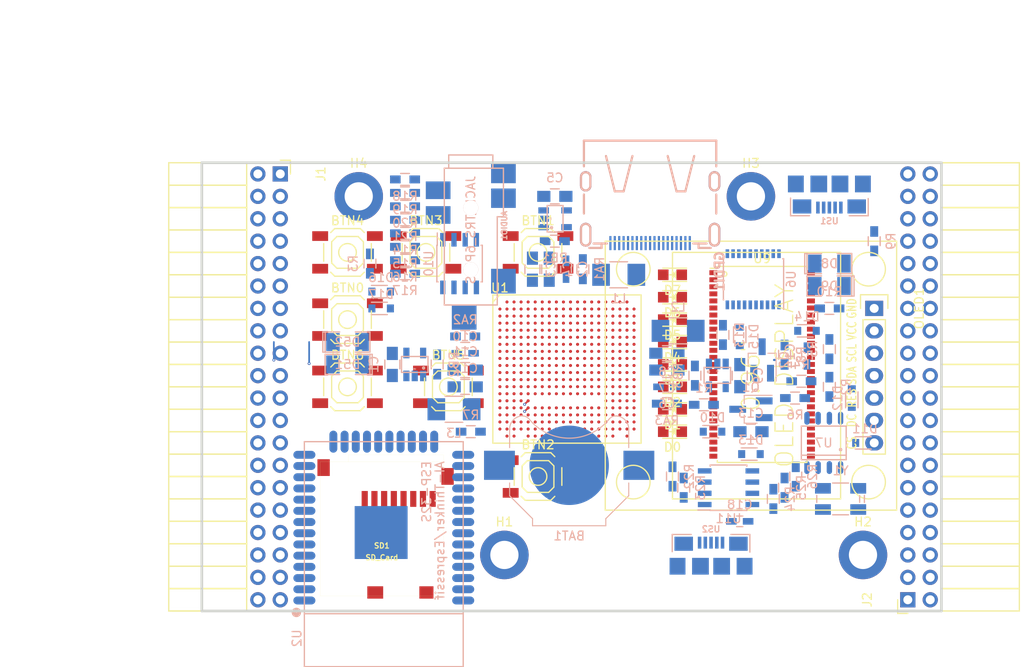
<source format=kicad_pcb>
(kicad_pcb (version 4) (host pcbnew 4.0.5+dfsg1-4)
  (layers (0 F.Cu signal) (1 In1.Cu signal) (2 In2.Cu signal) (31 B.Cu signal) (34 B.Paste user) (35 F.Paste user) (36 B.SilkS user) (37 F.SilkS user) (38 B.Mask user) (39 F.Mask user) (44 Edge.Cuts user))
  (net 0 "")
  (net 1 GND)
  (net 2 +5V)
  (net 3 /gpio/IN5V)
  (net 4 /gpio/OUT5V)
  (net 5 +3V3)
  (net 6 "Net-(L1-Pad1)")
  (net 7 "Net-(L2-Pad1)")
  (net 8 +1V2)
  (net 9 BTN_D)
  (net 10 BTN_F1)
  (net 11 BTN_F2)
  (net 12 BTN_L)
  (net 13 BTN_R)
  (net 14 BTN_U)
  (net 15 /power/FB1)
  (net 16 +2V5)
  (net 17 "Net-(L3-Pad1)")
  (net 18 /power/PWREN)
  (net 19 /power/FB3)
  (net 20 /power/FB2)
  (net 21 "Net-(D9-Pad1)")
  (net 22 /power/VBAT)
  (net 23 SD_3)
  (net 24 JTAG_TDI)
  (net 25 JTAG_TCK)
  (net 26 JTAG_TMS)
  (net 27 JTAG_TDO)
  (net 28 /power/WAKEUPn)
  (net 29 /power/WKUP)
  (net 30 /power/SHUT)
  (net 31 /power/WAKE)
  (net 32 /power/HOLD)
  (net 33 /power/WKn)
  (net 34 /power/OSCI_32k)
  (net 35 /power/OSCO_32k)
  (net 36 FTDI_nSUSPEND)
  (net 37 USB_FTDI_DM)
  (net 38 USB_FTDI_DP)
  (net 39 "Net-(Q2-Pad3)")
  (net 40 SHUTDOWN)
  (net 41 /analog/AUDIO_L)
  (net 42 /analog/AUDIO_R)
  (net 43 GPDI_5V_SCL)
  (net 44 GPDI_5V_SDA)
  (net 45 GPDI_SDA)
  (net 46 GPDI_SCL)
  (net 47 /gpdi/VREF2)
  (net 48 /blinkey/BTNPU)
  (net 49 SD_CMD)
  (net 50 SD_CLK)
  (net 51 SD_D0)
  (net 52 SD_D1)
  (net 53 USB5V)
  (net 54 /gpio/B11)
  (net 55 /gpio/C11)
  (net 56 /gpio/A10)
  (net 57 /gpio/A11)
  (net 58 /gpio/B10)
  (net 59 /gpio/A9)
  (net 60 /gpio/C10)
  (net 61 /gpio/B9)
  (net 62 /gpio/E9)
  (net 63 /gpio/D9)
  (net 64 /gpio/A8)
  (net 65 /gpio/A7)
  (net 66 /gpio/B8)
  (net 67 /gpio/C8)
  (net 68 /gpio/D8)
  (net 69 /gpio/E8)
  (net 70 /gpio/C7)
  (net 71 /gpio/C6)
  (net 72 /gpio/D7)
  (net 73 /gpio/E7)
  (net 74 /gpio/D6)
  (net 75 /gpio/E6)
  (net 76 /gpio/B6)
  (net 77 /gpio/A6)
  (net 78 /gpio/A19)
  (net 79 /gpio/B20)
  (net 80 /gpio/A18)
  (net 81 /gpio/B19)
  (net 82 /gpio/A17)
  (net 83 /gpio/B18)
  (net 84 /gpio/B17)
  (net 85 /gpio/C17)
  (net 86 /gpio/C16)
  (net 87 /gpio/D16)
  (net 88 /gpio/A16)
  (net 89 /gpio/B16)
  (net 90 /gpio/D15)
  (net 91 /gpio/E15)
  (net 92 /gpio/B15)
  (net 93 /gpio/C15)
  (net 94 /gpio/D14)
  (net 95 /gpio/E14)
  (net 96 /gpio/A14)
  (net 97 /gpio/C14)
  (net 98 /gpio/D13)
  (net 99 /gpio/E13)
  (net 100 /gpio/B13)
  (net 101 /gpio/C13)
  (net 102 /gpio/A12)
  (net 103 /gpio/A13)
  (net 104 /gpio/D12)
  (net 105 /gpio/E12)
  (net 106 /gpio/B12)
  (net 107 /gpio/C12)
  (net 108 /gpio/D11)
  (net 109 /gpio/E11)
  (net 110 "Net-(BTN0-Pad1)")
  (net 111 LED0)
  (net 112 LED1)
  (net 113 LED2)
  (net 114 LED3)
  (net 115 LED4)
  (net 116 LED5)
  (net 117 LED6)
  (net 118 LED7)
  (net 119 BTN_PWRn)
  (net 120 GPDI_ETH_N)
  (net 121 GPDI_ETH_P)
  (net 122 GPDI_D2_P)
  (net 123 GPDI_D2_N)
  (net 124 GPDI_D1_P)
  (net 125 GPDI_D1_N)
  (net 126 GPDI_D0_P)
  (net 127 GPDI_D0_N)
  (net 128 GPDI_CLK_P)
  (net 129 GPDI_CLK_N)
  (net 130 GPDI_CEC)
  (net 131 nRESET)
  (net 132 /usb/FT3V3)
  (net 133 FTDI_nDTR)
  (module Keystone_3000_1x12mm-CoinCell:Keystone_3000_1x12mm-CoinCell (layer B.Cu) (at 135.73 95.71)
    (fp_text reference BAT1 (at 0 8) (layer B.SilkS) (effects (justify mirror)))
    (fp_text value CR1225)
    (pad 1 smd rect (at -7.9 0) (size 3.5 3.3) (layers B.Cu B.Paste B.Mask) (net 22 /power/VBAT))
    (pad 1 smd rect (at 7.9 0) (size 3.5 3.3) (layers B.Cu B.Paste B.Mask) (net 22 /power/VBAT))
    (pad 2 smd circle (at 0 0) (size 9 9) (layers B.Cu B.Mask) (net 1 GND))
  )
  (module SMD_Packages:SMD-1206_Pol (layer B.Cu) (at 110.61 81.74)
    (fp_text reference D52 (at 0 0) (layer B.SilkS) (effects (justify mirror)))
    (fp_text value 2A)
    (pad 1 smd rect (at -1.651 0) (size 1.524 2.032) (layers B.Cu B.Paste B.Mask) (net 4 /gpio/OUT5V))
    (pad 2 smd rect (at 1.651 0) (size 1.524 2.032) (layers B.Cu B.Paste B.Mask) (net 2 +5V))
  )
  (module SMD_Packages:SMD-1206_Pol (layer B.Cu) (at 110.61 84.28 180)
    (fp_text reference D51 (at 0 0 180) (layer B.SilkS) (effects (justify mirror)))
    (fp_text value 2A)
    (pad 1 smd rect (at -1.651 0 180) (size 1.524 2.032) (layers B.Cu B.Paste B.Mask) (net 2 +5V))
    (pad 2 smd rect (at 1.651 0 180) (size 1.524 2.032) (layers B.Cu B.Paste B.Mask) (net 3 /gpio/IN5V))
  )
  (module micro-sd:MicroSD_TF02D (layer F.Cu) (at 114.5 110.52 180)
    (fp_text reference SD1 (at 0 5.7 180) (layer F.SilkS) (effects (font (size 0.59944 0.59944) (thickness 0.12446))))
    (fp_text value SD_Card (at 0 4.35 180) (layer F.SilkS) (effects (font (size 0.59944 0.59944) (thickness 0.12446))))
    (pad 1 smd rect (at 1.94 11 180) (size 0.7 1.8) (layers F.Cu F.Paste F.Mask) (net 23 SD_3))
    (pad 2 smd rect (at 0.84 11 180) (size 0.7 1.8) (layers F.Cu F.Paste F.Mask) (net 49 SD_CMD))
    (pad 3 smd rect (at -0.26 11 180) (size 0.7 1.8) (layers F.Cu F.Paste F.Mask) (net 1 GND))
    (pad 4 smd rect (at -1.36 11 180) (size 0.7 1.8) (layers F.Cu F.Paste F.Mask) (net 5 +3V3))
    (pad 5 smd rect (at -2.46 11 180) (size 0.7 1.8) (layers F.Cu F.Paste F.Mask) (net 50 SD_CLK))
    (pad 6 smd rect (at -3.56 11 180) (size 0.7 1.8) (layers F.Cu F.Paste F.Mask) (net 1 GND))
    (pad 7 smd rect (at -4.66 11 180) (size 0.7 1.8) (layers F.Cu F.Paste F.Mask) (net 51 SD_D0))
    (pad 8 smd rect (at -5.76 11 180) (size 0.7 1.8) (layers F.Cu F.Paste F.Mask) (net 52 SD_D1))
    (pad S smd rect (at -5.05 0.4 180) (size 1.6 1.4) (layers F.Cu F.Paste F.Mask))
    (pad S smd rect (at 0.75 0.4 180) (size 1.8 1.4) (layers F.Cu F.Paste F.Mask))
    (pad G smd rect (at -7.45 13.55 180) (size 1.4 1.9) (layers F.Cu F.Paste F.Mask))
    (pad G smd rect (at 6.6 14.55 180) (size 1.4 1.9) (layers F.Cu F.Paste F.Mask))
  )
  (module Resistors_SMD:R_1210_HandSoldering (layer B.Cu) (at 141.344 74.12)
    (fp_text reference L1 (at 0 2.7) (layer B.SilkS) (effects (justify mirror)))
    (fp_text value 2.2uH)
    (pad 1 smd rect (at -2 0) (size 2 2.5) (layers B.Cu B.Paste B.Mask) (net 6 "Net-(L1-Pad1)"))
    (pad 2 smd rect (at 2 0) (size 2 2.5) (layers B.Cu B.Paste B.Mask) (net 8 +1V2))
  )
  (module TSOT-25:TSOT-25 (layer B.Cu) (at 134.135 67.77 90)
    (fp_text reference U3 (at 0 -0.5 90) (layer B.SilkS) (effects (font (size 0.15 0.15) (thickness 0.0375)) (justify mirror)))
    (fp_text value AP3429A)
    (pad 1 smd rect (at -0.95 -1.3 90) (size 0.7 1.2) (layers B.Cu B.Paste B.Mask) (net 18 /power/PWREN))
    (pad 2 smd rect (at 0 -1.3 90) (size 0.7 1.2) (layers B.Cu B.Paste B.Mask) (net 1 GND))
    (pad 3 smd rect (at 0.95 -1.3 90) (size 0.7 1.2) (layers B.Cu B.Paste B.Mask) (net 6 "Net-(L1-Pad1)"))
    (pad 4 smd rect (at 0.95 1.3 90) (size 0.7 1.2) (layers B.Cu B.Paste B.Mask) (net 2 +5V))
    (pad 5 smd rect (at -0.95 1.3 90) (size 0.7 1.2) (layers B.Cu B.Paste B.Mask) (net 15 /power/FB1))
  )
  (module Resistors_SMD:R_1210_HandSoldering (layer B.Cu) (at 148.075 80.47 180)
    (fp_text reference L2 (at 0 2.7 180) (layer B.SilkS) (effects (justify mirror)))
    (fp_text value 2.2uH)
    (pad 1 smd rect (at -2 0 180) (size 2 2.5) (layers B.Cu B.Paste B.Mask) (net 7 "Net-(L2-Pad1)"))
    (pad 2 smd rect (at 2 0 180) (size 2 2.5) (layers B.Cu B.Paste B.Mask) (net 5 +3V3))
  )
  (module TSOT-25:TSOT-25 (layer B.Cu) (at 152.52 85.52)
    (fp_text reference U4 (at 0 -0.5) (layer B.SilkS) (effects (font (size 0.15 0.15) (thickness 0.0375)) (justify mirror)))
    (fp_text value AP3429A)
    (pad 1 smd rect (at -0.95 -1.3) (size 0.7 1.2) (layers B.Cu B.Paste B.Mask) (net 18 /power/PWREN))
    (pad 2 smd rect (at 0 -1.3) (size 0.7 1.2) (layers B.Cu B.Paste B.Mask) (net 1 GND))
    (pad 3 smd rect (at 0.95 -1.3) (size 0.7 1.2) (layers B.Cu B.Paste B.Mask) (net 7 "Net-(L2-Pad1)"))
    (pad 4 smd rect (at 0.95 1.3) (size 0.7 1.2) (layers B.Cu B.Paste B.Mask) (net 2 +5V))
    (pad 5 smd rect (at -0.95 1.3) (size 0.7 1.2) (layers B.Cu B.Paste B.Mask) (net 19 /power/FB3))
  )
  (module Buttons_Switches_SMD:SW_SPST_SKQG (layer F.Cu) (at 132.2 71.58)
    (fp_text reference BTN1 (at 0 -3.6) (layer F.SilkS))
    (fp_text value FIRE1)
    (pad 1 smd rect (at -3.1 -1.85) (size 1.8 1.1) (layers F.Cu F.Paste F.Mask) (net 48 /blinkey/BTNPU))
    (pad 1 smd rect (at 3.1 -1.85) (size 1.8 1.1) (layers F.Cu F.Paste F.Mask) (net 48 /blinkey/BTNPU))
    (pad 2 smd rect (at -3.1 1.85) (size 1.8 1.1) (layers F.Cu F.Paste F.Mask) (net 10 BTN_F1))
    (pad 2 smd rect (at 3.1 1.85) (size 1.8 1.1) (layers F.Cu F.Paste F.Mask) (net 10 BTN_F1))
  )
  (module Buttons_Switches_SMD:SW_SPST_SKQG (layer F.Cu) (at 132.2 96.98)
    (fp_text reference BTN2 (at 0 -3.6) (layer F.SilkS))
    (fp_text value FIRE2)
    (pad 1 smd rect (at -3.1 -1.85) (size 1.8 1.1) (layers F.Cu F.Paste F.Mask) (net 48 /blinkey/BTNPU))
    (pad 1 smd rect (at 3.1 -1.85) (size 1.8 1.1) (layers F.Cu F.Paste F.Mask) (net 48 /blinkey/BTNPU))
    (pad 2 smd rect (at -3.1 1.85) (size 1.8 1.1) (layers F.Cu F.Paste F.Mask) (net 11 BTN_F2))
    (pad 2 smd rect (at 3.1 1.85) (size 1.8 1.1) (layers F.Cu F.Paste F.Mask) (net 11 BTN_F2))
  )
  (module Buttons_Switches_SMD:SW_SPST_SKQG (layer F.Cu) (at 119.5 71.58)
    (fp_text reference BTN3 (at 0 -3.6) (layer F.SilkS))
    (fp_text value UP)
    (pad 1 smd rect (at -3.1 -1.85) (size 1.8 1.1) (layers F.Cu F.Paste F.Mask) (net 48 /blinkey/BTNPU))
    (pad 1 smd rect (at 3.1 -1.85) (size 1.8 1.1) (layers F.Cu F.Paste F.Mask) (net 48 /blinkey/BTNPU))
    (pad 2 smd rect (at -3.1 1.85) (size 1.8 1.1) (layers F.Cu F.Paste F.Mask) (net 14 BTN_U))
    (pad 2 smd rect (at 3.1 1.85) (size 1.8 1.1) (layers F.Cu F.Paste F.Mask) (net 14 BTN_U))
  )
  (module Buttons_Switches_SMD:SW_SPST_SKQG (layer F.Cu) (at 110.61 71.58)
    (fp_text reference BTN4 (at 0 -3.6) (layer F.SilkS))
    (fp_text value DOWN)
    (pad 1 smd rect (at -3.1 -1.85) (size 1.8 1.1) (layers F.Cu F.Paste F.Mask) (net 48 /blinkey/BTNPU))
    (pad 1 smd rect (at 3.1 -1.85) (size 1.8 1.1) (layers F.Cu F.Paste F.Mask) (net 48 /blinkey/BTNPU))
    (pad 2 smd rect (at -3.1 1.85) (size 1.8 1.1) (layers F.Cu F.Paste F.Mask) (net 9 BTN_D))
    (pad 2 smd rect (at 3.1 1.85) (size 1.8 1.1) (layers F.Cu F.Paste F.Mask) (net 9 BTN_D))
  )
  (module Buttons_Switches_SMD:SW_SPST_SKQG (layer F.Cu) (at 122.04 86.82)
    (fp_text reference BTN5 (at 0 -3.6) (layer F.SilkS))
    (fp_text value LEFT)
    (pad 1 smd rect (at -3.1 -1.85) (size 1.8 1.1) (layers F.Cu F.Paste F.Mask) (net 48 /blinkey/BTNPU))
    (pad 1 smd rect (at 3.1 -1.85) (size 1.8 1.1) (layers F.Cu F.Paste F.Mask) (net 48 /blinkey/BTNPU))
    (pad 2 smd rect (at -3.1 1.85) (size 1.8 1.1) (layers F.Cu F.Paste F.Mask) (net 12 BTN_L))
    (pad 2 smd rect (at 3.1 1.85) (size 1.8 1.1) (layers F.Cu F.Paste F.Mask) (net 12 BTN_L))
  )
  (module Buttons_Switches_SMD:SW_SPST_SKQG (layer F.Cu) (at 110.61 86.82)
    (fp_text reference BTN6 (at 0 -3.6) (layer F.SilkS))
    (fp_text value RIGHT)
    (pad 1 smd rect (at -3.1 -1.85) (size 1.8 1.1) (layers F.Cu F.Paste F.Mask) (net 48 /blinkey/BTNPU))
    (pad 1 smd rect (at 3.1 -1.85) (size 1.8 1.1) (layers F.Cu F.Paste F.Mask) (net 48 /blinkey/BTNPU))
    (pad 2 smd rect (at -3.1 1.85) (size 1.8 1.1) (layers F.Cu F.Paste F.Mask) (net 13 BTN_R))
    (pad 2 smd rect (at 3.1 1.85) (size 1.8 1.1) (layers F.Cu F.Paste F.Mask) (net 13 BTN_R))
  )
  (module LEDs:LED_0805 (layer F.Cu) (at 147.44 91.9 180)
    (fp_text reference D0 (at 0 -1.75 180) (layer F.SilkS))
    (fp_text value LED)
    (pad 2 smd rect (at 1.04902 0) (size 1.19888 1.19888) (layers F.Cu F.Paste F.Mask) (net 111 LED0))
    (pad 1 smd rect (at -1.04902 0) (size 1.19888 1.19888) (layers F.Cu F.Paste F.Mask) (net 1 GND))
  )
  (module LEDs:LED_0805 (layer F.Cu) (at 147.44 89.36 180)
    (fp_text reference D1 (at 0 -1.75 180) (layer F.SilkS))
    (fp_text value LED)
    (pad 2 smd rect (at 1.04902 0) (size 1.19888 1.19888) (layers F.Cu F.Paste F.Mask) (net 112 LED1))
    (pad 1 smd rect (at -1.04902 0) (size 1.19888 1.19888) (layers F.Cu F.Paste F.Mask) (net 1 GND))
  )
  (module LEDs:LED_0805 (layer F.Cu) (at 147.44 86.82 180)
    (fp_text reference D2 (at 0 -1.75 180) (layer F.SilkS))
    (fp_text value LED)
    (pad 2 smd rect (at 1.04902 0) (size 1.19888 1.19888) (layers F.Cu F.Paste F.Mask) (net 113 LED2))
    (pad 1 smd rect (at -1.04902 0) (size 1.19888 1.19888) (layers F.Cu F.Paste F.Mask) (net 1 GND))
  )
  (module LEDs:LED_0805 (layer F.Cu) (at 147.44 84.28 180)
    (fp_text reference D3 (at 0 -1.75 180) (layer F.SilkS))
    (fp_text value LED)
    (pad 2 smd rect (at 1.04902 0) (size 1.19888 1.19888) (layers F.Cu F.Paste F.Mask) (net 114 LED3))
    (pad 1 smd rect (at -1.04902 0) (size 1.19888 1.19888) (layers F.Cu F.Paste F.Mask) (net 1 GND))
  )
  (module LEDs:LED_0805 (layer F.Cu) (at 147.44 81.74 180)
    (fp_text reference D4 (at 0 -1.75 180) (layer F.SilkS))
    (fp_text value LED)
    (pad 2 smd rect (at 1.04902 0) (size 1.19888 1.19888) (layers F.Cu F.Paste F.Mask) (net 115 LED4))
    (pad 1 smd rect (at -1.04902 0) (size 1.19888 1.19888) (layers F.Cu F.Paste F.Mask) (net 1 GND))
  )
  (module LEDs:LED_0805 (layer F.Cu) (at 147.44 79.2 180)
    (fp_text reference D5 (at 0 -1.75 180) (layer F.SilkS))
    (fp_text value LED)
    (pad 2 smd rect (at 1.04902 0) (size 1.19888 1.19888) (layers F.Cu F.Paste F.Mask) (net 116 LED5))
    (pad 1 smd rect (at -1.04902 0) (size 1.19888 1.19888) (layers F.Cu F.Paste F.Mask) (net 1 GND))
  )
  (module LEDs:LED_0805 (layer F.Cu) (at 147.44 76.66 180)
    (fp_text reference D6 (at 0 -1.75 180) (layer F.SilkS))
    (fp_text value LED)
    (pad 2 smd rect (at 1.04902 0) (size 1.19888 1.19888) (layers F.Cu F.Paste F.Mask) (net 117 LED6))
    (pad 1 smd rect (at -1.04902 0) (size 1.19888 1.19888) (layers F.Cu F.Paste F.Mask) (net 1 GND))
  )
  (module LEDs:LED_0805 (layer F.Cu) (at 147.44 74.12 180)
    (fp_text reference D7 (at 0 -1.75 180) (layer F.SilkS))
    (fp_text value LED)
    (pad 2 smd rect (at 1.04902 0) (size 1.19888 1.19888) (layers F.Cu F.Paste F.Mask) (net 118 LED7))
    (pad 1 smd rect (at -1.04902 0) (size 1.19888 1.19888) (layers F.Cu F.Paste F.Mask) (net 1 GND))
  )
  (module Resistors_SMD:R_1210_HandSoldering (layer B.Cu) (at 122.675 89.36)
    (fp_text reference L3 (at 0 2.7) (layer B.SilkS) (effects (justify mirror)))
    (fp_text value 2.2uH)
    (pad 1 smd rect (at -2 0) (size 2 2.5) (layers B.Cu B.Paste B.Mask) (net 17 "Net-(L3-Pad1)"))
    (pad 2 smd rect (at 2 0) (size 2 2.5) (layers B.Cu B.Paste B.Mask) (net 16 +2V5))
  )
  (module TSOT-25:TSOT-25 (layer B.Cu) (at 118.23 84.28 180)
    (fp_text reference U5 (at 0 -0.5 180) (layer B.SilkS) (effects (font (size 0.15 0.15) (thickness 0.0375)) (justify mirror)))
    (fp_text value AP3429A)
    (pad 1 smd rect (at -0.95 -1.3 180) (size 0.7 1.2) (layers B.Cu B.Paste B.Mask) (net 18 /power/PWREN))
    (pad 2 smd rect (at 0 -1.3 180) (size 0.7 1.2) (layers B.Cu B.Paste B.Mask) (net 1 GND))
    (pad 3 smd rect (at 0.95 -1.3 180) (size 0.7 1.2) (layers B.Cu B.Paste B.Mask) (net 17 "Net-(L3-Pad1)"))
    (pad 4 smd rect (at 0.95 1.3 180) (size 0.7 1.2) (layers B.Cu B.Paste B.Mask) (net 2 +5V))
    (pad 5 smd rect (at -0.95 1.3 180) (size 0.7 1.2) (layers B.Cu B.Paste B.Mask) (net 20 /power/FB2))
  )
  (module Capacitors_SMD:C_0805_HandSoldering (layer B.Cu) (at 115.69 84.28 270)
    (fp_text reference C1 (at 0 2.1 270) (layer B.SilkS) (effects (justify mirror)))
    (fp_text value 22uF)
    (pad 1 smd rect (at -1.25 0 270) (size 1.5 1.25) (layers B.Cu B.Paste B.Mask) (net 2 +5V))
    (pad 2 smd rect (at 1.25 0 270) (size 1.5 1.25) (layers B.Cu B.Paste B.Mask) (net 1 GND))
  )
  (module Capacitors_SMD:C_0805_HandSoldering (layer B.Cu) (at 131.565 73.485 90)
    (fp_text reference C3 (at 0 2.1 90) (layer B.SilkS) (effects (justify mirror)))
    (fp_text value 22uF)
    (pad 1 smd rect (at -1.25 0 90) (size 1.5 1.25) (layers B.Cu B.Paste B.Mask) (net 8 +1V2))
    (pad 2 smd rect (at 1.25 0 90) (size 1.5 1.25) (layers B.Cu B.Paste B.Mask) (net 1 GND))
  )
  (module Capacitors_SMD:C_0805_HandSoldering (layer B.Cu) (at 133.47 73.485 90)
    (fp_text reference C4 (at 0 2.1 90) (layer B.SilkS) (effects (justify mirror)))
    (fp_text value 22uF)
    (pad 1 smd rect (at -1.25 0 90) (size 1.5 1.25) (layers B.Cu B.Paste B.Mask) (net 8 +1V2))
    (pad 2 smd rect (at 1.25 0 90) (size 1.5 1.25) (layers B.Cu B.Paste B.Mask) (net 1 GND))
  )
  (module Capacitors_SMD:C_0805_HandSoldering (layer B.Cu) (at 134.105 65.23 180)
    (fp_text reference C5 (at 0 2.1 180) (layer B.SilkS) (effects (justify mirror)))
    (fp_text value 22uF)
    (pad 1 smd rect (at -1.25 0 180) (size 1.5 1.25) (layers B.Cu B.Paste B.Mask) (net 2 +5V))
    (pad 2 smd rect (at 1.25 0 180) (size 1.5 1.25) (layers B.Cu B.Paste B.Mask) (net 1 GND))
  )
  (module Capacitors_SMD:C_0805_HandSoldering (layer B.Cu) (at 146.805 84.915)
    (fp_text reference C7 (at 0 2.1) (layer B.SilkS) (effects (justify mirror)))
    (fp_text value 22uF)
    (pad 1 smd rect (at -1.25 0) (size 1.5 1.25) (layers B.Cu B.Paste B.Mask) (net 5 +3V3))
    (pad 2 smd rect (at 1.25 0) (size 1.5 1.25) (layers B.Cu B.Paste B.Mask) (net 1 GND))
  )
  (module Capacitors_SMD:C_0805_HandSoldering (layer B.Cu) (at 146.805 83.01)
    (fp_text reference C8 (at 0 2.1) (layer B.SilkS) (effects (justify mirror)))
    (fp_text value 22uF)
    (pad 1 smd rect (at -1.25 0) (size 1.5 1.25) (layers B.Cu B.Paste B.Mask) (net 5 +3V3))
    (pad 2 smd rect (at 1.25 0) (size 1.5 1.25) (layers B.Cu B.Paste B.Mask) (net 1 GND))
  )
  (module Capacitors_SMD:C_0805_HandSoldering (layer B.Cu) (at 155.06 85.55 90)
    (fp_text reference C9 (at 0 2.1 90) (layer B.SilkS) (effects (justify mirror)))
    (fp_text value 22uF)
    (pad 1 smd rect (at -1.25 0 90) (size 1.5 1.25) (layers B.Cu B.Paste B.Mask) (net 2 +5V))
    (pad 2 smd rect (at 1.25 0 90) (size 1.5 1.25) (layers B.Cu B.Paste B.Mask) (net 1 GND))
  )
  (module Capacitors_SMD:C_0805_HandSoldering (layer B.Cu) (at 123.945 84.915 180)
    (fp_text reference C11 (at 0 2.1 180) (layer B.SilkS) (effects (justify mirror)))
    (fp_text value 22uF)
    (pad 1 smd rect (at -1.25 0 180) (size 1.5 1.25) (layers B.Cu B.Paste B.Mask) (net 16 +2V5))
    (pad 2 smd rect (at 1.25 0 180) (size 1.5 1.25) (layers B.Cu B.Paste B.Mask) (net 1 GND))
  )
  (module Capacitors_SMD:C_0805_HandSoldering (layer B.Cu) (at 123.945 86.82 180)
    (fp_text reference C12 (at 0 2.1 180) (layer B.SilkS) (effects (justify mirror)))
    (fp_text value 22uF)
    (pad 1 smd rect (at -1.25 0 180) (size 1.5 1.25) (layers B.Cu B.Paste B.Mask) (net 16 +2V5))
    (pad 2 smd rect (at 1.25 0 180) (size 1.5 1.25) (layers B.Cu B.Paste B.Mask) (net 1 GND))
  )
  (module SMD_Packages:SMD-1206_Pol (layer B.Cu) (at 165.22 72.85)
    (fp_text reference D8 (at 0 0) (layer B.SilkS) (effects (justify mirror)))
    (fp_text value 2A)
    (pad 1 smd rect (at -1.651 0) (size 1.524 2.032) (layers B.Cu B.Paste B.Mask) (net 2 +5V))
    (pad 2 smd rect (at 1.651 0) (size 1.524 2.032) (layers B.Cu B.Paste B.Mask) (net 53 USB5V))
  )
  (module SMD_Packages:SMD-1206_Pol (layer B.Cu) (at 165.22 75.39 180)
    (fp_text reference D9 (at 0 0 180) (layer B.SilkS) (effects (justify mirror)))
    (fp_text value 2A)
    (pad 1 smd rect (at -1.651 0 180) (size 1.524 2.032) (layers B.Cu B.Paste B.Mask) (net 21 "Net-(D9-Pad1)"))
    (pad 2 smd rect (at 1.651 0 180) (size 1.524 2.032) (layers B.Cu B.Paste B.Mask) (net 2 +5V))
  )
  (module Power_Integrations:SO-8 (layer B.Cu) (at 164.585 93.17 180)
    (fp_text reference U7 (at 0 0 180) (layer B.SilkS) (effects (justify mirror)))
    (fp_text value PCF8523)
    (pad 1 smd oval (at -1.905 -2.794 180) (size 0.6096 1.4732) (layers B.Cu B.Paste B.Mask) (net 34 /power/OSCI_32k))
    (pad 2 smd oval (at -0.635 -2.794 180) (size 0.6096 1.4732) (layers B.Cu B.Paste B.Mask) (net 35 /power/OSCO_32k))
    (pad 3 smd oval (at 0.635 -2.794 180) (size 0.6096 1.4732) (layers B.Cu B.Paste B.Mask) (net 22 /power/VBAT))
    (pad 4 smd oval (at 1.905 -2.794 180) (size 0.6096 1.4732) (layers B.Cu B.Paste B.Mask) (net 1 GND))
    (pad 5 smd oval (at 1.905 2.794 180) (size 0.6096 1.4732) (layers B.Cu B.Paste B.Mask))
    (pad 6 smd oval (at 0.635 2.794 180) (size 0.6096 1.4732) (layers B.Cu B.Paste B.Mask))
    (pad 7 smd oval (at -0.635 2.794 180) (size 0.6096 1.4732) (layers B.Cu B.Paste B.Mask) (net 28 /power/WAKEUPn))
    (pad 8 smd oval (at -1.905 2.794 180) (size 0.6096 1.4732) (layers B.Cu B.Paste B.Mask) (net 16 +2V5))
  )
  (module Capacitors_SMD:C_0805_HandSoldering (layer B.Cu) (at 156.33 91.9 180)
    (fp_text reference C13 (at 0 2.1 180) (layer B.SilkS) (effects (justify mirror)))
    (fp_text value 2.2uF)
    (pad 1 smd rect (at -1.25 0 180) (size 1.5 1.25) (layers B.Cu B.Paste B.Mask) (net 2 +5V))
    (pad 2 smd rect (at 1.25 0 180) (size 1.5 1.25) (layers B.Cu B.Paste B.Mask) (net 29 /power/WKUP))
  )
  (module Diodes_SMD:D_0805 (layer B.Cu) (at 151.978 91.9)
    (fp_text reference D10 (at 0 -1.6) (layer B.SilkS) (effects (justify mirror)))
    (fp_text value 1N4148)
    (pad 1 smd rect (at -1.05 0) (size 0.8 0.9) (layers B.Cu B.Paste B.Mask) (net 31 /power/WAKE))
    (pad 2 smd rect (at 1.05 0) (size 0.8 0.9) (layers B.Cu B.Paste B.Mask) (net 29 /power/WKUP))
  )
  (module Diodes_SMD:D_0805 (layer B.Cu) (at 169.25 93.17)
    (fp_text reference D11 (at 0 -1.6) (layer B.SilkS) (effects (justify mirror)))
    (fp_text value 1N4148)
    (pad 1 smd rect (at -1.05 0) (size 0.8 0.9) (layers B.Cu B.Paste B.Mask) (net 32 /power/HOLD))
    (pad 2 smd rect (at 1.05 0) (size 0.8 0.9) (layers B.Cu B.Paste B.Mask) (net 5 +3V3))
  )
  (module Diodes_SMD:D_0805 (layer B.Cu) (at 155.06 81.105 270)
    (fp_text reference D15 (at 0 -1.6 270) (layer B.SilkS) (effects (justify mirror)))
    (fp_text value BAT42)
    (pad 1 smd rect (at -1.05 0 270) (size 0.8 0.9) (layers B.Cu B.Paste B.Mask) (net 30 /power/SHUT))
    (pad 2 smd rect (at 1.05 0 270) (size 0.8 0.9) (layers B.Cu B.Paste B.Mask) (net 40 SHUTDOWN))
  )
  (module Diodes_SMD:D_0805 (layer B.Cu) (at 167.76 88.09 90)
    (fp_text reference D12 (at 0 -1.6 90) (layer B.SilkS) (effects (justify mirror)))
    (fp_text value 1N4148)
    (pad 1 smd rect (at -1.05 0 90) (size 0.8 0.9) (layers B.Cu B.Paste B.Mask) (net 18 /power/PWREN))
    (pad 2 smd rect (at 1.05 0 90) (size 0.8 0.9) (layers B.Cu B.Paste B.Mask) (net 36 FTDI_nSUSPEND))
  )
  (module usb_otg:USB-MICRO-B-FCI-10118192-0001LF (layer B.Cu) (at 165.22 63.825)
    (fp_text reference US1 (at 0 4.2) (layer B.SilkS) (effects (font (size 0.7 0.7)) (justify mirror)))
    (fp_text value USB_FTDI hide)
    (pad 6 smd rect (at -3.1 2.55) (size 2.1 1.6) (layers B.Cu B.Paste B.Mask) (net 1 GND))
    (pad 6 smd rect (at 3.1 2.55) (size 2.1 1.6) (layers B.Cu B.Paste B.Mask) (net 1 GND))
    (pad "" smd rect (at -1.2 0) (size 1.9 1.9) (layers B.Cu B.Paste B.Mask))
    (pad "" smd rect (at 1.2 0) (size 1.9 1.9) (layers B.Cu B.Paste B.Mask))
    (pad 1 smd rect (at -1.3 2.675) (size 0.4 1.35) (layers B.Cu B.Paste B.Mask) (net 53 USB5V))
    (pad 2 smd rect (at -0.65 2.675) (size 0.4 1.35) (layers B.Cu B.Paste B.Mask) (net 37 USB_FTDI_DM))
    (pad 3 smd rect (at 0 2.675) (size 0.4 1.35) (layers B.Cu B.Paste B.Mask) (net 38 USB_FTDI_DP))
    (pad 4 smd rect (at 0.65 2.675) (size 0.4 1.35) (layers B.Cu B.Paste B.Mask))
    (pad 5 smd rect (at 1.3 2.675) (size 0.4 1.35) (layers B.Cu B.Paste B.Mask) (net 1 GND))
    (pad "" smd rect (at -3.8 0) (size 1.8 1.9) (layers B.Cu B.Paste B.Mask))
    (pad "" smd rect (at 3.8 0) (size 1.8 1.9) (layers B.Cu B.Paste B.Mask))
  )
  (module usb_otg:USB-MICRO-B-FCI-10118192-0001LF (layer B.Cu) (at 151.81 107.15 180)
    (fp_text reference US2 (at 0 4.2 180) (layer B.SilkS) (effects (font (size 0.7 0.7)) (justify mirror)))
    (fp_text value USB_FPGA hide)
    (pad 6 smd rect (at -3.1 2.55 180) (size 2.1 1.6) (layers B.Cu B.Paste B.Mask) (net 1 GND))
    (pad 6 smd rect (at 3.1 2.55 180) (size 2.1 1.6) (layers B.Cu B.Paste B.Mask) (net 1 GND))
    (pad "" smd rect (at -1.2 0 180) (size 1.9 1.9) (layers B.Cu B.Paste B.Mask))
    (pad "" smd rect (at 1.2 0 180) (size 1.9 1.9) (layers B.Cu B.Paste B.Mask))
    (pad 1 smd rect (at -1.3 2.675 180) (size 0.4 1.35) (layers B.Cu B.Paste B.Mask) (net 21 "Net-(D9-Pad1)"))
    (pad 2 smd rect (at -0.65 2.675 180) (size 0.4 1.35) (layers B.Cu B.Paste B.Mask))
    (pad 3 smd rect (at 0 2.675 180) (size 0.4 1.35) (layers B.Cu B.Paste B.Mask))
    (pad 4 smd rect (at 0.65 2.675 180) (size 0.4 1.35) (layers B.Cu B.Paste B.Mask))
    (pad 5 smd rect (at 1.3 2.675 180) (size 0.4 1.35) (layers B.Cu B.Paste B.Mask) (net 1 GND))
    (pad "" smd rect (at -3.8 0 180) (size 1.8 1.9) (layers B.Cu B.Paste B.Mask))
    (pad "" smd rect (at 3.8 0 180) (size 1.8 1.9) (layers B.Cu B.Paste B.Mask))
  )
  (module audio-jack:CUI_SJ-43516-SMT (layer B.Cu) (at 124.58 69.04 270)
    (fp_text reference AUDIO1 (at -0.5 -3.8 270) (layer B.SilkS) (effects (font (size 0.6096 0.6096) (thickness 0.1524)) (justify mirror)))
    (fp_text value JACK_TRS_6PINS (at 0 0 270) (layer B.SilkS) (effects (justify mirror)))
    (pad 1 smd rect (at -6.4 -3.7 270) (size 2.2 2.8) (layers B.Cu B.Paste B.Mask) (net 41 /analog/AUDIO_L))
    (pad 4 smd rect (at -3.6 -3.7 270) (size 2.2 2.8) (layers B.Cu B.Paste B.Mask))
    (pad 2 smd rect (at 5.8 -3.7 270) (size 2.8 2.8) (layers B.Cu B.Paste B.Mask) (net 1 GND))
    (pad 5 smd rect (at 9.9 0.75 270) (size 2.8 2.8) (layers B.Cu B.Paste B.Mask))
    (pad 3 smd rect (at -1.7 3.7 270) (size 2 2.8) (layers B.Cu B.Paste B.Mask) (net 42 /analog/AUDIO_R))
    (pad 6 smd rect (at -4.5 3.7 270) (size 2 2.8) (layers B.Cu B.Paste B.Mask))
    (pad "" np_thru_hole circle (at -2.5 0 270) (size 1.7 1.7) (drill 1.7) (layers *.Cu *.Mask B.SilkS) (clearance 0.4))
    (pad "" np_thru_hole circle (at 4.5 0 270) (size 1.7 1.7) (drill 1.7) (layers *.Cu *.Mask B.SilkS) (clearance 0.4))
  )
  (module abs25:Crystal_SMD_ABS25 (layer B.Cu) (at 166.49 99.52 180)
    (fp_text reference Y1 (at 0 3.2 180) (layer B.SilkS) (effects (justify mirror)))
    (fp_text value 32768Hz)
    (pad 4 smd rect (at -2 1.2 180) (size 1.8 1.2) (layers B.Cu B.Paste B.Mask) (net 35 /power/OSCO_32k))
    (pad 3 smd rect (at 2 1.2 180) (size 1.8 1.2) (layers B.Cu B.Paste B.Mask))
    (pad 2 smd rect (at 2 -1.2 180) (size 1.8 1.2) (layers B.Cu B.Paste B.Mask))
    (pad 1 smd rect (at -2 -1.2 180) (size 1.8 1.2) (layers B.Cu B.Paste B.Mask) (net 34 /power/OSCI_32k))
  )
  (module TSOP54:TSOP54 (layer F.Cu) (at 157.6 84.28)
    (fp_text reference U9 (at 0 -12) (layer F.SilkS))
    (fp_text value MT48LC16M16A2TG)
    (pad 28 smd rect (at 5.53 10.4) (size 0.9 0.56) (layers F.Cu F.Paste F.Mask) (net 1 GND))
    (pad 1 smd rect (at -5.53 -10.4) (size 0.9 0.56) (layers F.Cu F.Paste F.Mask) (net 5 +3V3))
    (pad 2 smd rect (at -5.53 -9.6) (size 0.9 0.56) (layers F.Cu F.Paste F.Mask))
    (pad 3 smd rect (at -5.53 -8.8) (size 0.9 0.56) (layers F.Cu F.Paste F.Mask) (net 5 +3V3))
    (pad 4 smd rect (at -5.53 -8) (size 0.9 0.56) (layers F.Cu F.Paste F.Mask))
    (pad 5 smd rect (at -5.53 -7.2) (size 0.9 0.56) (layers F.Cu F.Paste F.Mask))
    (pad 6 smd rect (at -5.53 -6.4) (size 0.9 0.56) (layers F.Cu F.Paste F.Mask) (net 1 GND))
    (pad 7 smd rect (at -5.53 -5.6) (size 0.9 0.56) (layers F.Cu F.Paste F.Mask))
    (pad 8 smd rect (at -5.53 -4.8) (size 0.9 0.56) (layers F.Cu F.Paste F.Mask))
    (pad 9 smd rect (at -5.53 -4) (size 0.9 0.56) (layers F.Cu F.Paste F.Mask) (net 5 +3V3))
    (pad 10 smd rect (at -5.53 -3.2) (size 0.9 0.56) (layers F.Cu F.Paste F.Mask))
    (pad 11 smd rect (at -5.53 -2.4) (size 0.9 0.56) (layers F.Cu F.Paste F.Mask))
    (pad 12 smd rect (at -5.53 -1.6) (size 0.9 0.56) (layers F.Cu F.Paste F.Mask) (net 1 GND))
    (pad 13 smd rect (at -5.53 -0.8) (size 0.9 0.56) (layers F.Cu F.Paste F.Mask))
    (pad 14 smd rect (at -5.53 0) (size 0.9 0.56) (layers F.Cu F.Paste F.Mask) (net 5 +3V3))
    (pad 15 smd rect (at -5.53 0.8) (size 0.9 0.56) (layers F.Cu F.Paste F.Mask))
    (pad 16 smd rect (at -5.53 1.6) (size 0.9 0.56) (layers F.Cu F.Paste F.Mask))
    (pad 17 smd rect (at -5.53 2.4) (size 0.9 0.56) (layers F.Cu F.Paste F.Mask))
    (pad 18 smd rect (at -5.53 3.2) (size 0.9 0.56) (layers F.Cu F.Paste F.Mask))
    (pad 19 smd rect (at -5.53 4) (size 0.9 0.56) (layers F.Cu F.Paste F.Mask))
    (pad 20 smd rect (at -5.53 4.8) (size 0.9 0.56) (layers F.Cu F.Paste F.Mask))
    (pad 21 smd rect (at -5.53 5.6) (size 0.9 0.56) (layers F.Cu F.Paste F.Mask))
    (pad 22 smd rect (at -5.53 6.4) (size 0.9 0.56) (layers F.Cu F.Paste F.Mask))
    (pad 23 smd rect (at -5.53 7.2) (size 0.9 0.56) (layers F.Cu F.Paste F.Mask))
    (pad 24 smd rect (at -5.53 8) (size 0.9 0.56) (layers F.Cu F.Paste F.Mask))
    (pad 25 smd rect (at -5.53 8.8) (size 0.9 0.56) (layers F.Cu F.Paste F.Mask))
    (pad 26 smd rect (at -5.53 9.6) (size 0.9 0.56) (layers F.Cu F.Paste F.Mask))
    (pad 27 smd rect (at -5.53 10.4) (size 0.9 0.56) (layers F.Cu F.Paste F.Mask) (net 5 +3V3))
    (pad 29 smd rect (at 5.53 9.6) (size 0.9 0.56) (layers F.Cu F.Paste F.Mask))
    (pad 30 smd rect (at 5.53 8.8) (size 0.9 0.56) (layers F.Cu F.Paste F.Mask))
    (pad 31 smd rect (at 5.53 8) (size 0.9 0.56) (layers F.Cu F.Paste F.Mask))
    (pad 32 smd rect (at 5.53 7.2) (size 0.9 0.56) (layers F.Cu F.Paste F.Mask))
    (pad 33 smd rect (at 5.53 6.4) (size 0.9 0.56) (layers F.Cu F.Paste F.Mask))
    (pad 34 smd rect (at 5.53 5.6) (size 0.9 0.56) (layers F.Cu F.Paste F.Mask))
    (pad 35 smd rect (at 5.53 4.8) (size 0.9 0.56) (layers F.Cu F.Paste F.Mask))
    (pad 36 smd rect (at 5.53 4) (size 0.9 0.56) (layers F.Cu F.Paste F.Mask))
    (pad 37 smd rect (at 5.53 3.2) (size 0.9 0.56) (layers F.Cu F.Paste F.Mask))
    (pad 38 smd rect (at 5.53 2.4) (size 0.9 0.56) (layers F.Cu F.Paste F.Mask))
    (pad 39 smd rect (at 5.53 1.6) (size 0.9 0.56) (layers F.Cu F.Paste F.Mask))
    (pad 40 smd rect (at 5.53 0.8) (size 0.9 0.56) (layers F.Cu F.Paste F.Mask))
    (pad 41 smd rect (at 5.53 0) (size 0.9 0.56) (layers F.Cu F.Paste F.Mask) (net 1 GND))
    (pad 42 smd rect (at 5.53 -0.8) (size 0.9 0.56) (layers F.Cu F.Paste F.Mask))
    (pad 43 smd rect (at 5.53 -1.6) (size 0.9 0.56) (layers F.Cu F.Paste F.Mask) (net 5 +3V3))
    (pad 44 smd rect (at 5.53 -2.4) (size 0.9 0.56) (layers F.Cu F.Paste F.Mask))
    (pad 45 smd rect (at 5.53 -3.2) (size 0.9 0.56) (layers F.Cu F.Paste F.Mask))
    (pad 46 smd rect (at 5.53 -4) (size 0.9 0.56) (layers F.Cu F.Paste F.Mask) (net 1 GND))
    (pad 47 smd rect (at 5.53 -4.8) (size 0.9 0.56) (layers F.Cu F.Paste F.Mask))
    (pad 48 smd rect (at 5.53 -5.6) (size 0.9 0.56) (layers F.Cu F.Paste F.Mask))
    (pad 49 smd rect (at 5.53 -6.4) (size 0.9 0.56) (layers F.Cu F.Paste F.Mask) (net 5 +3V3))
    (pad 50 smd rect (at 5.53 -7.2) (size 0.9 0.56) (layers F.Cu F.Paste F.Mask))
    (pad 51 smd rect (at 5.53 -8) (size 0.9 0.56) (layers F.Cu F.Paste F.Mask))
    (pad 52 smd rect (at 5.53 -8.8) (size 0.9 0.56) (layers F.Cu F.Paste F.Mask) (net 1 GND))
    (pad 53 smd rect (at 5.53 -9.6) (size 0.9 0.56) (layers F.Cu F.Paste F.Mask))
    (pad 54 smd rect (at 5.53 -10.4) (size 0.9 0.56) (layers F.Cu F.Paste F.Mask) (net 1 GND))
  )
  (module TO_SOT_Packages_SMD:SOT-23_Handsoldering (layer B.Cu) (at 156.33 89.36 180)
    (fp_text reference Q1 (at 0 2.5 180) (layer B.SilkS) (effects (justify mirror)))
    (fp_text value BC857)
    (pad 1 smd rect (at -1.5 0.95 180) (size 1.9 0.8) (layers B.Cu B.Paste B.Mask) (net 33 /power/WKn))
    (pad 2 smd rect (at -1.5 -0.95 180) (size 1.9 0.8) (layers B.Cu B.Paste B.Mask) (net 2 +5V))
    (pad 3 smd rect (at 1.5 0 180) (size 1.9 0.8) (layers B.Cu B.Paste B.Mask) (net 29 /power/WKUP))
  )
  (module TO_SOT_Packages_SMD:SOT-23_Handsoldering (layer B.Cu) (at 157.6 83.772 90)
    (fp_text reference Q2 (at 0 2.5 90) (layer B.SilkS) (effects (justify mirror)))
    (fp_text value 2N7002)
    (pad 1 smd rect (at -1.5 0.95 90) (size 1.9 0.8) (layers B.Cu B.Paste B.Mask) (net 30 /power/SHUT))
    (pad 2 smd rect (at -1.5 -0.95 90) (size 1.9 0.8) (layers B.Cu B.Paste B.Mask) (net 1 GND))
    (pad 3 smd rect (at 1.5 0 90) (size 1.9 0.8) (layers B.Cu B.Paste B.Mask) (net 39 "Net-(Q2-Pad3)"))
  )
  (module Capacitors_SMD:C_0603_HandSoldering (layer B.Cu) (at 135.375 73.485 90)
    (fp_text reference C2 (at 0 1.9 90) (layer B.SilkS) (effects (justify mirror)))
    (fp_text value 470pF)
    (pad 1 smd rect (at -0.95 0 90) (size 1.2 0.75) (layers B.Cu B.Paste B.Mask) (net 8 +1V2))
    (pad 2 smd rect (at 0.95 0 90) (size 1.2 0.75) (layers B.Cu B.Paste B.Mask) (net 15 /power/FB1))
  )
  (module Capacitors_SMD:C_0603_HandSoldering (layer B.Cu) (at 146.805 86.82)
    (fp_text reference C6 (at 0 1.9) (layer B.SilkS) (effects (justify mirror)))
    (fp_text value 470pF)
    (pad 1 smd rect (at -0.95 0) (size 1.2 0.75) (layers B.Cu B.Paste B.Mask) (net 5 +3V3))
    (pad 2 smd rect (at 0.95 0) (size 1.2 0.75) (layers B.Cu B.Paste B.Mask) (net 19 /power/FB3))
  )
  (module Capacitors_SMD:C_0603_HandSoldering (layer B.Cu) (at 123.945 83.01 180)
    (fp_text reference C10 (at 0 1.9 180) (layer B.SilkS) (effects (justify mirror)))
    (fp_text value 470pF)
    (pad 1 smd rect (at -0.95 0 180) (size 1.2 0.75) (layers B.Cu B.Paste B.Mask) (net 16 +2V5))
    (pad 2 smd rect (at 0.95 0 180) (size 1.2 0.75) (layers B.Cu B.Paste B.Mask) (net 20 /power/FB2))
  )
  (module Capacitors_SMD:C_0603_HandSoldering (layer B.Cu) (at 162.68 83.33 270)
    (fp_text reference C14 (at 0 1.9 270) (layer B.SilkS) (effects (justify mirror)))
    (fp_text value 100nF)
    (pad 1 smd rect (at -0.95 0 270) (size 1.2 0.75) (layers B.Cu B.Paste B.Mask) (net 30 /power/SHUT))
    (pad 2 smd rect (at 0.95 0 270) (size 1.2 0.75) (layers B.Cu B.Paste B.Mask) (net 1 GND))
  )
  (module Resistors_SMD:R_0603_HandSoldering (layer B.Cu) (at 150.996 88.852 180)
    (fp_text reference R1 (at 0 1.9 180) (layer B.SilkS) (effects (justify mirror)))
    (fp_text value 15k)
    (pad 1 smd rect (at -1.1 0 180) (size 1.2 0.9) (layers B.Cu B.Paste B.Mask) (net 31 /power/WAKE))
    (pad 2 smd rect (at 1.1 0 180) (size 1.2 0.9) (layers B.Cu B.Paste B.Mask) (net 18 /power/PWREN))
  )
  (module Resistors_SMD:R_0603_HandSoldering (layer B.Cu) (at 165.22 86.82 90)
    (fp_text reference R2 (at 0 1.9 90) (layer B.SilkS) (effects (justify mirror)))
    (fp_text value 47k)
    (pad 1 smd rect (at -1.1 0 90) (size 1.2 0.9) (layers B.Cu B.Paste B.Mask) (net 18 /power/PWREN))
    (pad 2 smd rect (at 1.1 0 90) (size 1.2 0.9) (layers B.Cu B.Paste B.Mask) (net 1 GND))
  )
  (module Resistors_SMD:R_0603_HandSoldering (layer B.Cu) (at 162.045 86.185 180)
    (fp_text reference R4 (at 0 1.9 180) (layer B.SilkS) (effects (justify mirror)))
    (fp_text value 15k)
    (pad 1 smd rect (at -1.1 0 180) (size 1.2 0.9) (layers B.Cu B.Paste B.Mask) (net 32 /power/HOLD))
    (pad 2 smd rect (at 1.1 0 180) (size 1.2 0.9) (layers B.Cu B.Paste B.Mask) (net 18 /power/PWREN))
  )
  (module Resistors_SMD:R_0603_HandSoldering (layer B.Cu) (at 165.22 82.545 270)
    (fp_text reference R5 (at 0 1.9 270) (layer B.SilkS) (effects (justify mirror)))
    (fp_text value 4.7M)
    (pad 1 smd rect (at -1.1 0 270) (size 1.2 0.9) (layers B.Cu B.Paste B.Mask) (net 30 /power/SHUT))
    (pad 2 smd rect (at 1.1 0 270) (size 1.2 0.9) (layers B.Cu B.Paste B.Mask) (net 1 GND))
  )
  (module Resistors_SMD:R_0603_HandSoldering (layer B.Cu) (at 161.33 88.09)
    (fp_text reference R6 (at 0 1.9) (layer B.SilkS) (effects (justify mirror)))
    (fp_text value 1k)
    (pad 1 smd rect (at -1.1 0) (size 1.2 0.9) (layers B.Cu B.Paste B.Mask) (net 33 /power/WKn))
    (pad 2 smd rect (at 1.1 0) (size 1.2 0.9) (layers B.Cu B.Paste B.Mask) (net 28 /power/WAKEUPn))
  )
  (module Resistors_SMD:R_0603_HandSoldering (layer B.Cu) (at 124.58 91.9 180)
    (fp_text reference R7 (at 0 1.9 180) (layer B.SilkS) (effects (justify mirror)))
    (fp_text value 220)
    (pad 1 smd rect (at -1.1 0 180) (size 1.2 0.9) (layers B.Cu B.Paste B.Mask) (net 5 +3V3))
    (pad 2 smd rect (at 1.1 0 180) (size 1.2 0.9) (layers B.Cu B.Paste B.Mask) (net 48 /blinkey/BTNPU))
  )
  (module Resistors_SMD:R_0603_HandSoldering (layer B.Cu) (at 160.14 83.18 90)
    (fp_text reference R8 (at 0 1.9 90) (layer B.SilkS) (effects (justify mirror)))
    (fp_text value 1k)
    (pad 1 smd rect (at -1.1 0 90) (size 1.2 0.9) (layers B.Cu B.Paste B.Mask) (net 18 /power/PWREN))
    (pad 2 smd rect (at 1.1 0 90) (size 1.2 0.9) (layers B.Cu B.Paste B.Mask) (net 39 "Net-(Q2-Pad3)"))
  )
  (module Resistors_SMD:R_0603_HandSoldering (layer B.Cu) (at 170.3 70.31 90)
    (fp_text reference R9 (at 0 1.9 90) (layer B.SilkS) (effects (justify mirror)))
    (fp_text value 15k)
    (pad 1 smd rect (at -1.1 0 90) (size 1.2 0.9) (layers B.Cu B.Paste B.Mask) (net 131 nRESET))
    (pad 2 smd rect (at 1.1 0 90) (size 1.2 0.9) (layers B.Cu B.Paste B.Mask) (net 132 /usb/FT3V3))
  )
  (module Resistors_SMD:R_0603_HandSoldering (layer B.Cu) (at 165.22 77.93 180)
    (fp_text reference R10 (at 0 1.9 180) (layer B.SilkS) (effects (justify mirror)))
    (fp_text value 220)
    (pad 1 smd rect (at -1.1 0 180) (size 1.2 0.9) (layers B.Cu B.Paste B.Mask) (net 36 FTDI_nSUSPEND))
    (pad 2 smd rect (at 1.1 0 180) (size 1.2 0.9) (layers B.Cu B.Paste B.Mask) (net 133 FTDI_nDTR))
  )
  (module Resistors_SMD:R_0603_HandSoldering (layer B.Cu) (at 153.155 80.935 90)
    (fp_text reference R13 (at 0 1.9 90) (layer B.SilkS) (effects (justify mirror)))
    (fp_text value 15k)
    (pad 1 smd rect (at -1.1 0 90) (size 1.2 0.9) (layers B.Cu B.Paste B.Mask) (net 40 SHUTDOWN))
    (pad 2 smd rect (at 1.1 0 90) (size 1.2 0.9) (layers B.Cu B.Paste B.Mask) (net 1 GND))
  )
  (module Resistors_SMD:R_0603_HandSoldering (layer B.Cu) (at 137.28 73.485 90)
    (fp_text reference RA1 (at 0 1.9 90) (layer B.SilkS) (effects (justify mirror)))
    (fp_text value 15k)
    (pad 1 smd rect (at -1.1 0 90) (size 1.2 0.9) (layers B.Cu B.Paste B.Mask) (net 8 +1V2))
    (pad 2 smd rect (at 1.1 0 90) (size 1.2 0.9) (layers B.Cu B.Paste B.Mask) (net 15 /power/FB1))
  )
  (module Resistors_SMD:R_0603_HandSoldering (layer B.Cu) (at 123.945 81.105 180)
    (fp_text reference RA2 (at 0 1.9 180) (layer B.SilkS) (effects (justify mirror)))
    (fp_text value 15k)
    (pad 1 smd rect (at -1.1 0 180) (size 1.2 0.9) (layers B.Cu B.Paste B.Mask) (net 16 +2V5))
    (pad 2 smd rect (at 1.1 0 180) (size 1.2 0.9) (layers B.Cu B.Paste B.Mask) (net 20 /power/FB2))
  )
  (module Resistors_SMD:R_0603_HandSoldering (layer B.Cu) (at 146.805 88.725)
    (fp_text reference RA3 (at 0 1.9) (layer B.SilkS) (effects (justify mirror)))
    (fp_text value 15k)
    (pad 1 smd rect (at -1.1 0) (size 1.2 0.9) (layers B.Cu B.Paste B.Mask) (net 5 +3V3))
    (pad 2 smd rect (at 1.1 0) (size 1.2 0.9) (layers B.Cu B.Paste B.Mask) (net 19 /power/FB3))
  )
  (module Resistors_SMD:R_0603_HandSoldering (layer B.Cu) (at 134.105 70.31)
    (fp_text reference RB1 (at 0 1.9) (layer B.SilkS) (effects (justify mirror)))
    (fp_text value 15k)
    (pad 1 smd rect (at -1.1 0) (size 1.2 0.9) (layers B.Cu B.Paste B.Mask) (net 1 GND))
    (pad 2 smd rect (at 1.1 0) (size 1.2 0.9) (layers B.Cu B.Paste B.Mask) (net 15 /power/FB1))
  )
  (module Resistors_SMD:R_0603_HandSoldering (layer B.Cu) (at 120.77 84.28 90)
    (fp_text reference RB2 (at 0 1.9 90) (layer B.SilkS) (effects (justify mirror)))
    (fp_text value 4.7k)
    (pad 1 smd rect (at -1.1 0 90) (size 1.2 0.9) (layers B.Cu B.Paste B.Mask) (net 1 GND))
    (pad 2 smd rect (at 1.1 0 90) (size 1.2 0.9) (layers B.Cu B.Paste B.Mask) (net 20 /power/FB2))
  )
  (module Resistors_SMD:R_0603_HandSoldering (layer B.Cu) (at 149.98 85.55 270)
    (fp_text reference RB3 (at 0 1.9 270) (layer B.SilkS) (effects (justify mirror)))
    (fp_text value 3.3k)
    (pad 1 smd rect (at -1.1 0 270) (size 1.2 0.9) (layers B.Cu B.Paste B.Mask) (net 1 GND))
    (pad 2 smd rect (at 1.1 0 270) (size 1.2 0.9) (layers B.Cu B.Paste B.Mask) (net 19 /power/FB3))
  )
  (module Resistors_SMD:R_0603_HandSoldering (layer B.Cu) (at 117.128 69.422)
    (fp_text reference R14 (at 0 1.9) (layer B.SilkS) (effects (justify mirror)))
    (fp_text value 800)
    (pad 1 smd rect (at -1.1 0) (size 1.2 0.9) (layers B.Cu B.Paste B.Mask))
    (pad 2 smd rect (at 1.1 0) (size 1.2 0.9) (layers B.Cu B.Paste B.Mask) (net 41 /analog/AUDIO_L))
  )
  (module Resistors_SMD:R_0603_HandSoldering (layer B.Cu) (at 117.128 70.946)
    (fp_text reference R15 (at 0 1.9) (layer B.SilkS) (effects (justify mirror)))
    (fp_text value 400)
    (pad 1 smd rect (at -1.1 0) (size 1.2 0.9) (layers B.Cu B.Paste B.Mask))
    (pad 2 smd rect (at 1.1 0) (size 1.2 0.9) (layers B.Cu B.Paste B.Mask) (net 41 /analog/AUDIO_L))
  )
  (module Resistors_SMD:R_0603_HandSoldering (layer B.Cu) (at 117.128 72.47)
    (fp_text reference R16 (at 0 1.9) (layer B.SilkS) (effects (justify mirror)))
    (fp_text value 200)
    (pad 1 smd rect (at -1.1 0) (size 1.2 0.9) (layers B.Cu B.Paste B.Mask))
    (pad 2 smd rect (at 1.1 0) (size 1.2 0.9) (layers B.Cu B.Paste B.Mask) (net 41 /analog/AUDIO_L))
  )
  (module Resistors_SMD:R_0603_HandSoldering (layer B.Cu) (at 117.128 73.994)
    (fp_text reference R17 (at 0 1.9) (layer B.SilkS) (effects (justify mirror)))
    (fp_text value 100)
    (pad 1 smd rect (at -1.1 0) (size 1.2 0.9) (layers B.Cu B.Paste B.Mask))
    (pad 2 smd rect (at 1.1 0) (size 1.2 0.9) (layers B.Cu B.Paste B.Mask) (net 41 /analog/AUDIO_L))
  )
  (module Resistors_SMD:R_0603_HandSoldering (layer B.Cu) (at 117.128 63.31)
    (fp_text reference R18 (at 0 1.9) (layer B.SilkS) (effects (justify mirror)))
    (fp_text value 800)
    (pad 1 smd rect (at -1.1 0) (size 1.2 0.9) (layers B.Cu B.Paste B.Mask))
    (pad 2 smd rect (at 1.1 0) (size 1.2 0.9) (layers B.Cu B.Paste B.Mask) (net 42 /analog/AUDIO_R))
  )
  (module Resistors_SMD:R_0603_HandSoldering (layer B.Cu) (at 117.128 64.834)
    (fp_text reference R19 (at 0 1.9) (layer B.SilkS) (effects (justify mirror)))
    (fp_text value 400)
    (pad 1 smd rect (at -1.1 0) (size 1.2 0.9) (layers B.Cu B.Paste B.Mask))
    (pad 2 smd rect (at 1.1 0) (size 1.2 0.9) (layers B.Cu B.Paste B.Mask) (net 42 /analog/AUDIO_R))
  )
  (module Resistors_SMD:R_0603_HandSoldering (layer B.Cu) (at 117.128 66.358)
    (fp_text reference R20 (at 0 1.9) (layer B.SilkS) (effects (justify mirror)))
    (fp_text value 200)
    (pad 1 smd rect (at -1.1 0) (size 1.2 0.9) (layers B.Cu B.Paste B.Mask))
    (pad 2 smd rect (at 1.1 0) (size 1.2 0.9) (layers B.Cu B.Paste B.Mask) (net 42 /analog/AUDIO_R))
  )
  (module Resistors_SMD:R_0603_HandSoldering (layer B.Cu) (at 117.128 67.882)
    (fp_text reference R21 (at 0 1.9) (layer B.SilkS) (effects (justify mirror)))
    (fp_text value 100)
    (pad 1 smd rect (at -1.1 0) (size 1.2 0.9) (layers B.Cu B.Paste B.Mask))
    (pad 2 smd rect (at 1.1 0) (size 1.2 0.9) (layers B.Cu B.Paste B.Mask) (net 42 /analog/AUDIO_R))
  )
  (module lfe5bg381:BGA-381_pitch0.8mm_dia0.4mm (layer F.Cu) (at 135.48 84.8)
    (fp_text reference U1 (at -7.6 -9.2) (layer F.SilkS))
    (fp_text value LFE5U-25F-6BG381C)
    (pad A2 smd circle (at -6.8 -7.6) (size 0.35 0.35) (layers F.Cu F.Paste F.Mask) (net 12 BTN_L))
    (pad A3 smd circle (at -6 -7.6) (size 0.35 0.35) (layers F.Cu F.Paste F.Mask) (net 122 GPDI_D2_P))
    (pad A4 smd circle (at -5.2 -7.6) (size 0.35 0.35) (layers F.Cu F.Paste F.Mask) (net 124 GPDI_D1_P))
    (pad A5 smd circle (at -4.4 -7.6) (size 0.35 0.35) (layers F.Cu F.Paste F.Mask) (net 125 GPDI_D1_N))
    (pad A6 smd circle (at -3.6 -7.6) (size 0.35 0.35) (layers F.Cu F.Paste F.Mask) (net 76 /gpio/B6))
    (pad A7 smd circle (at -2.8 -7.6) (size 0.35 0.35) (layers F.Cu F.Paste F.Mask) (net 64 /gpio/A8))
    (pad A8 smd circle (at -2 -7.6) (size 0.35 0.35) (layers F.Cu F.Paste F.Mask) (net 65 /gpio/A7))
    (pad A9 smd circle (at -1.2 -7.6) (size 0.35 0.35) (layers F.Cu F.Paste F.Mask) (net 59 /gpio/A9))
    (pad A10 smd circle (at -0.4 -7.6) (size 0.35 0.35) (layers F.Cu F.Paste F.Mask) (net 56 /gpio/A10))
    (pad A11 smd circle (at 0.4 -7.6) (size 0.35 0.35) (layers F.Cu F.Paste F.Mask) (net 57 /gpio/A11))
    (pad A12 smd circle (at 1.2 -7.6) (size 0.35 0.35) (layers F.Cu F.Paste F.Mask) (net 102 /gpio/A12))
    (pad A13 smd circle (at 2 -7.6) (size 0.35 0.35) (layers F.Cu F.Paste F.Mask) (net 103 /gpio/A13))
    (pad A14 smd circle (at 2.8 -7.6) (size 0.35 0.35) (layers F.Cu F.Paste F.Mask) (net 96 /gpio/A14))
    (pad A15 smd circle (at 3.6 -7.6) (size 0.35 0.35) (layers F.Cu F.Paste F.Mask))
    (pad A16 smd circle (at 4.4 -7.6) (size 0.35 0.35) (layers F.Cu F.Paste F.Mask) (net 88 /gpio/A16))
    (pad A17 smd circle (at 5.2 -7.6) (size 0.35 0.35) (layers F.Cu F.Paste F.Mask) (net 82 /gpio/A17))
    (pad A18 smd circle (at 6 -7.6) (size 0.35 0.35) (layers F.Cu F.Paste F.Mask) (net 80 /gpio/A18))
    (pad A19 smd circle (at 6.8 -7.6) (size 0.35 0.35) (layers F.Cu F.Paste F.Mask) (net 78 /gpio/A19))
    (pad B1 smd circle (at -7.6 -6.8) (size 0.35 0.35) (layers F.Cu F.Paste F.Mask) (net 114 LED3))
    (pad B2 smd circle (at -6.8 -6.8) (size 0.35 0.35) (layers F.Cu F.Paste F.Mask) (net 9 BTN_D))
    (pad B3 smd circle (at -6 -6.8) (size 0.35 0.35) (layers F.Cu F.Paste F.Mask) (net 123 GPDI_D2_N))
    (pad B4 smd circle (at -5.2 -6.8) (size 0.35 0.35) (layers F.Cu F.Paste F.Mask) (net 129 GPDI_CLK_N))
    (pad B5 smd circle (at -4.4 -6.8) (size 0.35 0.35) (layers F.Cu F.Paste F.Mask) (net 126 GPDI_D0_P))
    (pad B6 smd circle (at -3.6 -6.8) (size 0.35 0.35) (layers F.Cu F.Paste F.Mask) (net 77 /gpio/A6))
    (pad B7 smd circle (at -2.8 -6.8) (size 0.35 0.35) (layers F.Cu F.Paste F.Mask) (net 1 GND))
    (pad B8 smd circle (at -2 -6.8) (size 0.35 0.35) (layers F.Cu F.Paste F.Mask) (net 67 /gpio/C8))
    (pad B9 smd circle (at -1.2 -6.8) (size 0.35 0.35) (layers F.Cu F.Paste F.Mask) (net 60 /gpio/C10))
    (pad B10 smd circle (at -0.4 -6.8) (size 0.35 0.35) (layers F.Cu F.Paste F.Mask) (net 58 /gpio/B10))
    (pad B11 smd circle (at 0.4 -6.8) (size 0.35 0.35) (layers F.Cu F.Paste F.Mask) (net 54 /gpio/B11))
    (pad B12 smd circle (at 1.2 -6.8) (size 0.35 0.35) (layers F.Cu F.Paste F.Mask) (net 106 /gpio/B12))
    (pad B13 smd circle (at 2 -6.8) (size 0.35 0.35) (layers F.Cu F.Paste F.Mask) (net 100 /gpio/B13))
    (pad B14 smd circle (at 2.8 -6.8) (size 0.35 0.35) (layers F.Cu F.Paste F.Mask) (net 1 GND))
    (pad B15 smd circle (at 3.6 -6.8) (size 0.35 0.35) (layers F.Cu F.Paste F.Mask) (net 92 /gpio/B15))
    (pad B16 smd circle (at 4.4 -6.8) (size 0.35 0.35) (layers F.Cu F.Paste F.Mask) (net 89 /gpio/B16))
    (pad B17 smd circle (at 5.2 -6.8) (size 0.35 0.35) (layers F.Cu F.Paste F.Mask) (net 84 /gpio/B17))
    (pad B18 smd circle (at 6 -6.8) (size 0.35 0.35) (layers F.Cu F.Paste F.Mask) (net 83 /gpio/B18))
    (pad B19 smd circle (at 6.8 -6.8) (size 0.35 0.35) (layers F.Cu F.Paste F.Mask) (net 81 /gpio/B19))
    (pad B20 smd circle (at 7.6 -6.8) (size 0.35 0.35) (layers F.Cu F.Paste F.Mask) (net 79 /gpio/B20))
    (pad C1 smd circle (at -7.6 -6) (size 0.35 0.35) (layers F.Cu F.Paste F.Mask) (net 10 BTN_F1))
    (pad C2 smd circle (at -6.8 -6) (size 0.35 0.35) (layers F.Cu F.Paste F.Mask) (net 113 LED2))
    (pad C3 smd circle (at -6 -6) (size 0.35 0.35) (layers F.Cu F.Paste F.Mask) (net 121 GPDI_ETH_P))
    (pad C4 smd circle (at -5.2 -6) (size 0.35 0.35) (layers F.Cu F.Paste F.Mask) (net 128 GPDI_CLK_P))
    (pad C5 smd circle (at -4.4 -6) (size 0.35 0.35) (layers F.Cu F.Paste F.Mask) (net 127 GPDI_D0_N))
    (pad C6 smd circle (at -3.6 -6) (size 0.35 0.35) (layers F.Cu F.Paste F.Mask) (net 70 /gpio/C7))
    (pad C7 smd circle (at -2.8 -6) (size 0.35 0.35) (layers F.Cu F.Paste F.Mask) (net 71 /gpio/C6))
    (pad C8 smd circle (at -2 -6) (size 0.35 0.35) (layers F.Cu F.Paste F.Mask) (net 66 /gpio/B8))
    (pad C9 smd circle (at -1.2 -6) (size 0.35 0.35) (layers F.Cu F.Paste F.Mask))
    (pad C10 smd circle (at -0.4 -6) (size 0.35 0.35) (layers F.Cu F.Paste F.Mask) (net 61 /gpio/B9))
    (pad C11 smd circle (at 0.4 -6) (size 0.35 0.35) (layers F.Cu F.Paste F.Mask) (net 55 /gpio/C11))
    (pad C12 smd circle (at 1.2 -6) (size 0.35 0.35) (layers F.Cu F.Paste F.Mask) (net 107 /gpio/C12))
    (pad C13 smd circle (at 2 -6) (size 0.35 0.35) (layers F.Cu F.Paste F.Mask) (net 101 /gpio/C13))
    (pad C14 smd circle (at 2.8 -6) (size 0.35 0.35) (layers F.Cu F.Paste F.Mask) (net 97 /gpio/C14))
    (pad C15 smd circle (at 3.6 -6) (size 0.35 0.35) (layers F.Cu F.Paste F.Mask) (net 93 /gpio/C15))
    (pad C16 smd circle (at 4.4 -6) (size 0.35 0.35) (layers F.Cu F.Paste F.Mask) (net 86 /gpio/C16))
    (pad C17 smd circle (at 5.2 -6) (size 0.35 0.35) (layers F.Cu F.Paste F.Mask) (net 85 /gpio/C17))
    (pad C18 smd circle (at 6 -6) (size 0.35 0.35) (layers F.Cu F.Paste F.Mask))
    (pad C19 smd circle (at 6.8 -6) (size 0.35 0.35) (layers F.Cu F.Paste F.Mask) (net 1 GND))
    (pad C20 smd circle (at 7.6 -6) (size 0.35 0.35) (layers F.Cu F.Paste F.Mask))
    (pad D1 smd circle (at -7.6 -5.2) (size 0.35 0.35) (layers F.Cu F.Paste F.Mask) (net 116 LED5))
    (pad D2 smd circle (at -6.8 -5.2) (size 0.35 0.35) (layers F.Cu F.Paste F.Mask) (net 13 BTN_R))
    (pad D3 smd circle (at -6 -5.2) (size 0.35 0.35) (layers F.Cu F.Paste F.Mask) (net 120 GPDI_ETH_N))
    (pad D4 smd circle (at -5.2 -5.2) (size 0.35 0.35) (layers F.Cu F.Paste F.Mask) (net 1 GND))
    (pad D5 smd circle (at -4.4 -5.2) (size 0.35 0.35) (layers F.Cu F.Paste F.Mask) (net 45 GPDI_SDA))
    (pad D6 smd circle (at -3.6 -5.2) (size 0.35 0.35) (layers F.Cu F.Paste F.Mask) (net 75 /gpio/E6))
    (pad D7 smd circle (at -2.8 -5.2) (size 0.35 0.35) (layers F.Cu F.Paste F.Mask) (net 73 /gpio/E7))
    (pad D8 smd circle (at -2 -5.2) (size 0.35 0.35) (layers F.Cu F.Paste F.Mask) (net 69 /gpio/E8))
    (pad D9 smd circle (at -1.2 -5.2) (size 0.35 0.35) (layers F.Cu F.Paste F.Mask) (net 62 /gpio/E9))
    (pad D10 smd circle (at -0.4 -5.2) (size 0.35 0.35) (layers F.Cu F.Paste F.Mask))
    (pad D11 smd circle (at 0.4 -5.2) (size 0.35 0.35) (layers F.Cu F.Paste F.Mask) (net 108 /gpio/D11))
    (pad D12 smd circle (at 1.2 -5.2) (size 0.35 0.35) (layers F.Cu F.Paste F.Mask) (net 104 /gpio/D12))
    (pad D13 smd circle (at 2 -5.2) (size 0.35 0.35) (layers F.Cu F.Paste F.Mask) (net 98 /gpio/D13))
    (pad D14 smd circle (at 2.8 -5.2) (size 0.35 0.35) (layers F.Cu F.Paste F.Mask) (net 94 /gpio/D14))
    (pad D15 smd circle (at 3.6 -5.2) (size 0.35 0.35) (layers F.Cu F.Paste F.Mask) (net 90 /gpio/D15))
    (pad D16 smd circle (at 4.4 -5.2) (size 0.35 0.35) (layers F.Cu F.Paste F.Mask) (net 87 /gpio/D16))
    (pad D17 smd circle (at 5.2 -5.2) (size 0.35 0.35) (layers F.Cu F.Paste F.Mask))
    (pad D18 smd circle (at 6 -5.2) (size 0.35 0.35) (layers F.Cu F.Paste F.Mask))
    (pad D19 smd circle (at 6.8 -5.2) (size 0.35 0.35) (layers F.Cu F.Paste F.Mask))
    (pad D20 smd circle (at 7.6 -5.2) (size 0.35 0.35) (layers F.Cu F.Paste F.Mask))
    (pad E1 smd circle (at -7.6 -4.4) (size 0.35 0.35) (layers F.Cu F.Paste F.Mask) (net 115 LED4))
    (pad E2 smd circle (at -6.8 -4.4) (size 0.35 0.35) (layers F.Cu F.Paste F.Mask))
    (pad E3 smd circle (at -6 -4.4) (size 0.35 0.35) (layers F.Cu F.Paste F.Mask) (net 112 LED1))
    (pad E4 smd circle (at -5.2 -4.4) (size 0.35 0.35) (layers F.Cu F.Paste F.Mask) (net 46 GPDI_SCL))
    (pad E5 smd circle (at -4.4 -4.4) (size 0.35 0.35) (layers F.Cu F.Paste F.Mask) (net 130 GPDI_CEC))
    (pad E6 smd circle (at -3.6 -4.4) (size 0.35 0.35) (layers F.Cu F.Paste F.Mask) (net 74 /gpio/D6))
    (pad E7 smd circle (at -2.8 -4.4) (size 0.35 0.35) (layers F.Cu F.Paste F.Mask) (net 72 /gpio/D7))
    (pad E8 smd circle (at -2 -4.4) (size 0.35 0.35) (layers F.Cu F.Paste F.Mask) (net 68 /gpio/D8))
    (pad E9 smd circle (at -1.2 -4.4) (size 0.35 0.35) (layers F.Cu F.Paste F.Mask) (net 63 /gpio/D9))
    (pad E10 smd circle (at -0.4 -4.4) (size 0.35 0.35) (layers F.Cu F.Paste F.Mask))
    (pad E11 smd circle (at 0.4 -4.4) (size 0.35 0.35) (layers F.Cu F.Paste F.Mask) (net 109 /gpio/E11))
    (pad E12 smd circle (at 1.2 -4.4) (size 0.35 0.35) (layers F.Cu F.Paste F.Mask) (net 105 /gpio/E12))
    (pad E13 smd circle (at 2 -4.4) (size 0.35 0.35) (layers F.Cu F.Paste F.Mask) (net 99 /gpio/E13))
    (pad E14 smd circle (at 2.8 -4.4) (size 0.35 0.35) (layers F.Cu F.Paste F.Mask) (net 95 /gpio/E14))
    (pad E15 smd circle (at 3.6 -4.4) (size 0.35 0.35) (layers F.Cu F.Paste F.Mask) (net 91 /gpio/E15))
    (pad E16 smd circle (at 4.4 -4.4) (size 0.35 0.35) (layers F.Cu F.Paste F.Mask))
    (pad E17 smd circle (at 5.2 -4.4) (size 0.35 0.35) (layers F.Cu F.Paste F.Mask))
    (pad E18 smd circle (at 6 -4.4) (size 0.35 0.35) (layers F.Cu F.Paste F.Mask))
    (pad E19 smd circle (at 6.8 -4.4) (size 0.35 0.35) (layers F.Cu F.Paste F.Mask))
    (pad E20 smd circle (at 7.6 -4.4) (size 0.35 0.35) (layers F.Cu F.Paste F.Mask))
    (pad F1 smd circle (at -7.6 -3.6) (size 0.35 0.35) (layers F.Cu F.Paste F.Mask))
    (pad F2 smd circle (at -6.8 -3.6) (size 0.35 0.35) (layers F.Cu F.Paste F.Mask))
    (pad F3 smd circle (at -6 -3.6) (size 0.35 0.35) (layers F.Cu F.Paste F.Mask))
    (pad F4 smd circle (at -5.2 -3.6) (size 0.35 0.35) (layers F.Cu F.Paste F.Mask) (net 14 BTN_U))
    (pad F5 smd circle (at -4.4 -3.6) (size 0.35 0.35) (layers F.Cu F.Paste F.Mask) (net 111 LED0))
    (pad F6 smd circle (at -3.6 -3.6) (size 0.35 0.35) (layers F.Cu F.Paste F.Mask) (net 16 +2V5))
    (pad F7 smd circle (at -2.8 -3.6) (size 0.35 0.35) (layers F.Cu F.Paste F.Mask) (net 1 GND))
    (pad F8 smd circle (at -2 -3.6) (size 0.35 0.35) (layers F.Cu F.Paste F.Mask) (net 1 GND))
    (pad F9 smd circle (at -1.2 -3.6) (size 0.35 0.35) (layers F.Cu F.Paste F.Mask) (net 5 +3V3))
    (pad F10 smd circle (at -0.4 -3.6) (size 0.35 0.35) (layers F.Cu F.Paste F.Mask) (net 5 +3V3))
    (pad F11 smd circle (at 0.4 -3.6) (size 0.35 0.35) (layers F.Cu F.Paste F.Mask) (net 5 +3V3))
    (pad F12 smd circle (at 1.2 -3.6) (size 0.35 0.35) (layers F.Cu F.Paste F.Mask) (net 5 +3V3))
    (pad F13 smd circle (at 2 -3.6) (size 0.35 0.35) (layers F.Cu F.Paste F.Mask) (net 1 GND))
    (pad F14 smd circle (at 2.8 -3.6) (size 0.35 0.35) (layers F.Cu F.Paste F.Mask) (net 1 GND))
    (pad F15 smd circle (at 3.6 -3.6) (size 0.35 0.35) (layers F.Cu F.Paste F.Mask) (net 16 +2V5))
    (pad F16 smd circle (at 4.4 -3.6) (size 0.35 0.35) (layers F.Cu F.Paste F.Mask))
    (pad F17 smd circle (at 5.2 -3.6) (size 0.35 0.35) (layers F.Cu F.Paste F.Mask))
    (pad F18 smd circle (at 6 -3.6) (size 0.35 0.35) (layers F.Cu F.Paste F.Mask))
    (pad F19 smd circle (at 6.8 -3.6) (size 0.35 0.35) (layers F.Cu F.Paste F.Mask))
    (pad F20 smd circle (at 7.6 -3.6) (size 0.35 0.35) (layers F.Cu F.Paste F.Mask))
    (pad G1 smd circle (at -7.6 -2.8) (size 0.35 0.35) (layers F.Cu F.Paste F.Mask))
    (pad G2 smd circle (at -6.8 -2.8) (size 0.35 0.35) (layers F.Cu F.Paste F.Mask))
    (pad G3 smd circle (at -6 -2.8) (size 0.35 0.35) (layers F.Cu F.Paste F.Mask))
    (pad G4 smd circle (at -5.2 -2.8) (size 0.35 0.35) (layers F.Cu F.Paste F.Mask) (net 1 GND))
    (pad G5 smd circle (at -4.4 -2.8) (size 0.35 0.35) (layers F.Cu F.Paste F.Mask) (net 118 LED7))
    (pad G6 smd circle (at -3.6 -2.8) (size 0.35 0.35) (layers F.Cu F.Paste F.Mask) (net 1 GND))
    (pad G7 smd circle (at -2.8 -2.8) (size 0.35 0.35) (layers F.Cu F.Paste F.Mask) (net 1 GND))
    (pad G8 smd circle (at -2 -2.8) (size 0.35 0.35) (layers F.Cu F.Paste F.Mask) (net 1 GND))
    (pad G9 smd circle (at -1.2 -2.8) (size 0.35 0.35) (layers F.Cu F.Paste F.Mask) (net 1 GND))
    (pad G10 smd circle (at -0.4 -2.8) (size 0.35 0.35) (layers F.Cu F.Paste F.Mask) (net 1 GND))
    (pad G11 smd circle (at 0.4 -2.8) (size 0.35 0.35) (layers F.Cu F.Paste F.Mask) (net 1 GND))
    (pad G12 smd circle (at 1.2 -2.8) (size 0.35 0.35) (layers F.Cu F.Paste F.Mask) (net 1 GND))
    (pad G13 smd circle (at 2 -2.8) (size 0.35 0.35) (layers F.Cu F.Paste F.Mask) (net 1 GND))
    (pad G14 smd circle (at 2.8 -2.8) (size 0.35 0.35) (layers F.Cu F.Paste F.Mask) (net 1 GND))
    (pad G15 smd circle (at 3.6 -2.8) (size 0.35 0.35) (layers F.Cu F.Paste F.Mask) (net 1 GND))
    (pad G16 smd circle (at 4.4 -2.8) (size 0.35 0.35) (layers F.Cu F.Paste F.Mask))
    (pad G17 smd circle (at 5.2 -2.8) (size 0.35 0.35) (layers F.Cu F.Paste F.Mask) (net 1 GND))
    (pad G18 smd circle (at 6 -2.8) (size 0.35 0.35) (layers F.Cu F.Paste F.Mask))
    (pad G19 smd circle (at 6.8 -2.8) (size 0.35 0.35) (layers F.Cu F.Paste F.Mask))
    (pad G20 smd circle (at 7.6 -2.8) (size 0.35 0.35) (layers F.Cu F.Paste F.Mask))
    (pad H1 smd circle (at -7.6 -2) (size 0.35 0.35) (layers F.Cu F.Paste F.Mask))
    (pad H2 smd circle (at -6.8 -2) (size 0.35 0.35) (layers F.Cu F.Paste F.Mask))
    (pad H3 smd circle (at -6 -2) (size 0.35 0.35) (layers F.Cu F.Paste F.Mask) (net 117 LED6))
    (pad H4 smd circle (at -5.2 -2) (size 0.35 0.35) (layers F.Cu F.Paste F.Mask) (net 119 BTN_PWRn))
    (pad H5 smd circle (at -4.4 -2) (size 0.35 0.35) (layers F.Cu F.Paste F.Mask) (net 11 BTN_F2))
    (pad H6 smd circle (at -3.6 -2) (size 0.35 0.35) (layers F.Cu F.Paste F.Mask) (net 5 +3V3))
    (pad H7 smd circle (at -2.8 -2) (size 0.35 0.35) (layers F.Cu F.Paste F.Mask) (net 5 +3V3))
    (pad H8 smd circle (at -2 -2) (size 0.35 0.35) (layers F.Cu F.Paste F.Mask) (net 8 +1V2))
    (pad H9 smd circle (at -1.2 -2) (size 0.35 0.35) (layers F.Cu F.Paste F.Mask) (net 8 +1V2))
    (pad H10 smd circle (at -0.4 -2) (size 0.35 0.35) (layers F.Cu F.Paste F.Mask) (net 8 +1V2))
    (pad H11 smd circle (at 0.4 -2) (size 0.35 0.35) (layers F.Cu F.Paste F.Mask) (net 8 +1V2))
    (pad H12 smd circle (at 1.2 -2) (size 0.35 0.35) (layers F.Cu F.Paste F.Mask) (net 8 +1V2))
    (pad H13 smd circle (at 2 -2) (size 0.35 0.35) (layers F.Cu F.Paste F.Mask) (net 8 +1V2))
    (pad H14 smd circle (at 2.8 -2) (size 0.35 0.35) (layers F.Cu F.Paste F.Mask) (net 5 +3V3))
    (pad H15 smd circle (at 3.6 -2) (size 0.35 0.35) (layers F.Cu F.Paste F.Mask) (net 5 +3V3))
    (pad H16 smd circle (at 4.4 -2) (size 0.35 0.35) (layers F.Cu F.Paste F.Mask))
    (pad H17 smd circle (at 5.2 -2) (size 0.35 0.35) (layers F.Cu F.Paste F.Mask))
    (pad H18 smd circle (at 6 -2) (size 0.35 0.35) (layers F.Cu F.Paste F.Mask))
    (pad H19 smd circle (at 6.8 -2) (size 0.35 0.35) (layers F.Cu F.Paste F.Mask) (net 1 GND))
    (pad H20 smd circle (at 7.6 -2) (size 0.35 0.35) (layers F.Cu F.Paste F.Mask))
    (pad J1 smd circle (at -7.6 -1.2) (size 0.35 0.35) (layers F.Cu F.Paste F.Mask))
    (pad J2 smd circle (at -6.8 -1.2) (size 0.35 0.35) (layers F.Cu F.Paste F.Mask) (net 1 GND))
    (pad J3 smd circle (at -6 -1.2) (size 0.35 0.35) (layers F.Cu F.Paste F.Mask))
    (pad J4 smd circle (at -5.2 -1.2) (size 0.35 0.35) (layers F.Cu F.Paste F.Mask))
    (pad J5 smd circle (at -4.4 -1.2) (size 0.35 0.35) (layers F.Cu F.Paste F.Mask))
    (pad J6 smd circle (at -3.6 -1.2) (size 0.35 0.35) (layers F.Cu F.Paste F.Mask) (net 5 +3V3))
    (pad J7 smd circle (at -2.8 -1.2) (size 0.35 0.35) (layers F.Cu F.Paste F.Mask) (net 1 GND))
    (pad J8 smd circle (at -2 -1.2) (size 0.35 0.35) (layers F.Cu F.Paste F.Mask) (net 8 +1V2))
    (pad J9 smd circle (at -1.2 -1.2) (size 0.35 0.35) (layers F.Cu F.Paste F.Mask) (net 1 GND))
    (pad J10 smd circle (at -0.4 -1.2) (size 0.35 0.35) (layers F.Cu F.Paste F.Mask) (net 1 GND))
    (pad J11 smd circle (at 0.4 -1.2) (size 0.35 0.35) (layers F.Cu F.Paste F.Mask) (net 1 GND))
    (pad J12 smd circle (at 1.2 -1.2) (size 0.35 0.35) (layers F.Cu F.Paste F.Mask) (net 1 GND))
    (pad J13 smd circle (at 2 -1.2) (size 0.35 0.35) (layers F.Cu F.Paste F.Mask) (net 8 +1V2))
    (pad J14 smd circle (at 2.8 -1.2) (size 0.35 0.35) (layers F.Cu F.Paste F.Mask) (net 1 GND))
    (pad J15 smd circle (at 3.6 -1.2) (size 0.35 0.35) (layers F.Cu F.Paste F.Mask) (net 5 +3V3))
    (pad J16 smd circle (at 4.4 -1.2) (size 0.35 0.35) (layers F.Cu F.Paste F.Mask))
    (pad J17 smd circle (at 5.2 -1.2) (size 0.35 0.35) (layers F.Cu F.Paste F.Mask))
    (pad J18 smd circle (at 6 -1.2) (size 0.35 0.35) (layers F.Cu F.Paste F.Mask))
    (pad J19 smd circle (at 6.8 -1.2) (size 0.35 0.35) (layers F.Cu F.Paste F.Mask))
    (pad J20 smd circle (at 7.6 -1.2) (size 0.35 0.35) (layers F.Cu F.Paste F.Mask))
    (pad K1 smd circle (at -7.6 -0.4) (size 0.35 0.35) (layers F.Cu F.Paste F.Mask))
    (pad K2 smd circle (at -6.8 -0.4) (size 0.35 0.35) (layers F.Cu F.Paste F.Mask))
    (pad K3 smd circle (at -6 -0.4) (size 0.35 0.35) (layers F.Cu F.Paste F.Mask))
    (pad K4 smd circle (at -5.2 -0.4) (size 0.35 0.35) (layers F.Cu F.Paste F.Mask))
    (pad K5 smd circle (at -4.4 -0.4) (size 0.35 0.35) (layers F.Cu F.Paste F.Mask))
    (pad K6 smd circle (at -3.6 -0.4) (size 0.35 0.35) (layers F.Cu F.Paste F.Mask) (net 1 GND))
    (pad K7 smd circle (at -2.8 -0.4) (size 0.35 0.35) (layers F.Cu F.Paste F.Mask) (net 1 GND))
    (pad K8 smd circle (at -2 -0.4) (size 0.35 0.35) (layers F.Cu F.Paste F.Mask) (net 8 +1V2))
    (pad K9 smd circle (at -1.2 -0.4) (size 0.35 0.35) (layers F.Cu F.Paste F.Mask) (net 1 GND))
    (pad K10 smd circle (at -0.4 -0.4) (size 0.35 0.35) (layers F.Cu F.Paste F.Mask) (net 1 GND))
    (pad K11 smd circle (at 0.4 -0.4) (size 0.35 0.35) (layers F.Cu F.Paste F.Mask) (net 1 GND))
    (pad K12 smd circle (at 1.2 -0.4) (size 0.35 0.35) (layers F.Cu F.Paste F.Mask) (net 1 GND))
    (pad K13 smd circle (at 2 -0.4) (size 0.35 0.35) (layers F.Cu F.Paste F.Mask) (net 8 +1V2))
    (pad K14 smd circle (at 2.8 -0.4) (size 0.35 0.35) (layers F.Cu F.Paste F.Mask) (net 1 GND))
    (pad K15 smd circle (at 3.6 -0.4) (size 0.35 0.35) (layers F.Cu F.Paste F.Mask) (net 1 GND))
    (pad K16 smd circle (at 4.4 -0.4) (size 0.35 0.35) (layers F.Cu F.Paste F.Mask))
    (pad K17 smd circle (at 5.2 -0.4) (size 0.35 0.35) (layers F.Cu F.Paste F.Mask))
    (pad K18 smd circle (at 6 -0.4) (size 0.35 0.35) (layers F.Cu F.Paste F.Mask))
    (pad K19 smd circle (at 6.8 -0.4) (size 0.35 0.35) (layers F.Cu F.Paste F.Mask))
    (pad K20 smd circle (at 7.6 -0.4) (size 0.35 0.35) (layers F.Cu F.Paste F.Mask))
    (pad L1 smd circle (at -7.6 0.4) (size 0.35 0.35) (layers F.Cu F.Paste F.Mask))
    (pad L2 smd circle (at -6.8 0.4) (size 0.35 0.35) (layers F.Cu F.Paste F.Mask))
    (pad L3 smd circle (at -6 0.4) (size 0.35 0.35) (layers F.Cu F.Paste F.Mask))
    (pad L4 smd circle (at -5.2 0.4) (size 0.35 0.35) (layers F.Cu F.Paste F.Mask))
    (pad L5 smd circle (at -4.4 0.4) (size 0.35 0.35) (layers F.Cu F.Paste F.Mask))
    (pad L6 smd circle (at -3.6 0.4) (size 0.35 0.35) (layers F.Cu F.Paste F.Mask) (net 5 +3V3))
    (pad L7 smd circle (at -2.8 0.4) (size 0.35 0.35) (layers F.Cu F.Paste F.Mask) (net 5 +3V3))
    (pad L8 smd circle (at -2 0.4) (size 0.35 0.35) (layers F.Cu F.Paste F.Mask) (net 8 +1V2))
    (pad L9 smd circle (at -1.2 0.4) (size 0.35 0.35) (layers F.Cu F.Paste F.Mask) (net 1 GND))
    (pad L10 smd circle (at -0.4 0.4) (size 0.35 0.35) (layers F.Cu F.Paste F.Mask) (net 1 GND))
    (pad L11 smd circle (at 0.4 0.4) (size 0.35 0.35) (layers F.Cu F.Paste F.Mask) (net 1 GND))
    (pad L12 smd circle (at 1.2 0.4) (size 0.35 0.35) (layers F.Cu F.Paste F.Mask) (net 1 GND))
    (pad L13 smd circle (at 2 0.4) (size 0.35 0.35) (layers F.Cu F.Paste F.Mask) (net 8 +1V2))
    (pad L14 smd circle (at 2.8 0.4) (size 0.35 0.35) (layers F.Cu F.Paste F.Mask) (net 5 +3V3))
    (pad L15 smd circle (at 3.6 0.4) (size 0.35 0.35) (layers F.Cu F.Paste F.Mask) (net 5 +3V3))
    (pad L16 smd circle (at 4.4 0.4) (size 0.35 0.35) (layers F.Cu F.Paste F.Mask))
    (pad L17 smd circle (at 5.2 0.4) (size 0.35 0.35) (layers F.Cu F.Paste F.Mask))
    (pad L18 smd circle (at 6 0.4) (size 0.35 0.35) (layers F.Cu F.Paste F.Mask))
    (pad L19 smd circle (at 6.8 0.4) (size 0.35 0.35) (layers F.Cu F.Paste F.Mask))
    (pad L20 smd circle (at 7.6 0.4) (size 0.35 0.35) (layers F.Cu F.Paste F.Mask))
    (pad M1 smd circle (at -7.6 1.2) (size 0.35 0.35) (layers F.Cu F.Paste F.Mask))
    (pad M2 smd circle (at -6.8 1.2) (size 0.35 0.35) (layers F.Cu F.Paste F.Mask) (net 1 GND))
    (pad M3 smd circle (at -6 1.2) (size 0.35 0.35) (layers F.Cu F.Paste F.Mask))
    (pad M4 smd circle (at -5.2 1.2) (size 0.35 0.35) (layers F.Cu F.Paste F.Mask))
    (pad M5 smd circle (at -4.4 1.2) (size 0.35 0.35) (layers F.Cu F.Paste F.Mask))
    (pad M6 smd circle (at -3.6 1.2) (size 0.35 0.35) (layers F.Cu F.Paste F.Mask) (net 5 +3V3))
    (pad M7 smd circle (at -2.8 1.2) (size 0.35 0.35) (layers F.Cu F.Paste F.Mask) (net 1 GND))
    (pad M8 smd circle (at -2 1.2) (size 0.35 0.35) (layers F.Cu F.Paste F.Mask) (net 8 +1V2))
    (pad M9 smd circle (at -1.2 1.2) (size 0.35 0.35) (layers F.Cu F.Paste F.Mask) (net 1 GND))
    (pad M10 smd circle (at -0.4 1.2) (size 0.35 0.35) (layers F.Cu F.Paste F.Mask) (net 1 GND))
    (pad M11 smd circle (at 0.4 1.2) (size 0.35 0.35) (layers F.Cu F.Paste F.Mask) (net 1 GND))
    (pad M12 smd circle (at 1.2 1.2) (size 0.35 0.35) (layers F.Cu F.Paste F.Mask) (net 1 GND))
    (pad M13 smd circle (at 2 1.2) (size 0.35 0.35) (layers F.Cu F.Paste F.Mask) (net 8 +1V2))
    (pad M14 smd circle (at 2.8 1.2) (size 0.35 0.35) (layers F.Cu F.Paste F.Mask) (net 1 GND))
    (pad M15 smd circle (at 3.6 1.2) (size 0.35 0.35) (layers F.Cu F.Paste F.Mask) (net 5 +3V3))
    (pad M16 smd circle (at 4.4 1.2) (size 0.35 0.35) (layers F.Cu F.Paste F.Mask) (net 1 GND))
    (pad M17 smd circle (at 5.2 1.2) (size 0.35 0.35) (layers F.Cu F.Paste F.Mask))
    (pad M18 smd circle (at 6 1.2) (size 0.35 0.35) (layers F.Cu F.Paste F.Mask))
    (pad M19 smd circle (at 6.8 1.2) (size 0.35 0.35) (layers F.Cu F.Paste F.Mask))
    (pad M20 smd circle (at 7.6 1.2) (size 0.35 0.35) (layers F.Cu F.Paste F.Mask))
    (pad N1 smd circle (at -7.6 2) (size 0.35 0.35) (layers F.Cu F.Paste F.Mask))
    (pad N2 smd circle (at -6.8 2) (size 0.35 0.35) (layers F.Cu F.Paste F.Mask))
    (pad N3 smd circle (at -6 2) (size 0.35 0.35) (layers F.Cu F.Paste F.Mask))
    (pad N4 smd circle (at -5.2 2) (size 0.35 0.35) (layers F.Cu F.Paste F.Mask))
    (pad N5 smd circle (at -4.4 2) (size 0.35 0.35) (layers F.Cu F.Paste F.Mask))
    (pad N6 smd circle (at -3.6 2) (size 0.35 0.35) (layers F.Cu F.Paste F.Mask) (net 1 GND))
    (pad N7 smd circle (at -2.8 2) (size 0.35 0.35) (layers F.Cu F.Paste F.Mask) (net 1 GND))
    (pad N8 smd circle (at -2 2) (size 0.35 0.35) (layers F.Cu F.Paste F.Mask) (net 8 +1V2))
    (pad N9 smd circle (at -1.2 2) (size 0.35 0.35) (layers F.Cu F.Paste F.Mask) (net 8 +1V2))
    (pad N10 smd circle (at -0.4 2) (size 0.35 0.35) (layers F.Cu F.Paste F.Mask) (net 8 +1V2))
    (pad N11 smd circle (at 0.4 2) (size 0.35 0.35) (layers F.Cu F.Paste F.Mask) (net 8 +1V2))
    (pad N12 smd circle (at 1.2 2) (size 0.35 0.35) (layers F.Cu F.Paste F.Mask) (net 8 +1V2))
    (pad N13 smd circle (at 2 2) (size 0.35 0.35) (layers F.Cu F.Paste F.Mask) (net 8 +1V2))
    (pad N14 smd circle (at 2.8 2) (size 0.35 0.35) (layers F.Cu F.Paste F.Mask) (net 1 GND))
    (pad N15 smd circle (at 3.6 2) (size 0.35 0.35) (layers F.Cu F.Paste F.Mask) (net 1 GND))
    (pad N16 smd circle (at 4.4 2) (size 0.35 0.35) (layers F.Cu F.Paste F.Mask))
    (pad N17 smd circle (at 5.2 2) (size 0.35 0.35) (layers F.Cu F.Paste F.Mask))
    (pad N18 smd circle (at 6 2) (size 0.35 0.35) (layers F.Cu F.Paste F.Mask))
    (pad N19 smd circle (at 6.8 2) (size 0.35 0.35) (layers F.Cu F.Paste F.Mask))
    (pad N20 smd circle (at 7.6 2) (size 0.35 0.35) (layers F.Cu F.Paste F.Mask))
    (pad P1 smd circle (at -7.6 2.8) (size 0.35 0.35) (layers F.Cu F.Paste F.Mask))
    (pad P2 smd circle (at -6.8 2.8) (size 0.35 0.35) (layers F.Cu F.Paste F.Mask))
    (pad P3 smd circle (at -6 2.8) (size 0.35 0.35) (layers F.Cu F.Paste F.Mask))
    (pad P4 smd circle (at -5.2 2.8) (size 0.35 0.35) (layers F.Cu F.Paste F.Mask))
    (pad P5 smd circle (at -4.4 2.8) (size 0.35 0.35) (layers F.Cu F.Paste F.Mask))
    (pad P6 smd circle (at -3.6 2.8) (size 0.35 0.35) (layers F.Cu F.Paste F.Mask) (net 16 +2V5))
    (pad P7 smd circle (at -2.8 2.8) (size 0.35 0.35) (layers F.Cu F.Paste F.Mask) (net 1 GND))
    (pad P8 smd circle (at -2 2.8) (size 0.35 0.35) (layers F.Cu F.Paste F.Mask) (net 1 GND))
    (pad P9 smd circle (at -1.2 2.8) (size 0.35 0.35) (layers F.Cu F.Paste F.Mask) (net 5 +3V3))
    (pad P10 smd circle (at -0.4 2.8) (size 0.35 0.35) (layers F.Cu F.Paste F.Mask) (net 5 +3V3))
    (pad P11 smd circle (at 0.4 2.8) (size 0.35 0.35) (layers F.Cu F.Paste F.Mask) (net 1 GND))
    (pad P12 smd circle (at 1.2 2.8) (size 0.35 0.35) (layers F.Cu F.Paste F.Mask) (net 1 GND))
    (pad P13 smd circle (at 2 2.8) (size 0.35 0.35) (layers F.Cu F.Paste F.Mask) (net 1 GND))
    (pad P14 smd circle (at 2.8 2.8) (size 0.35 0.35) (layers F.Cu F.Paste F.Mask) (net 1 GND))
    (pad P15 smd circle (at 3.6 2.8) (size 0.35 0.35) (layers F.Cu F.Paste F.Mask) (net 16 +2V5))
    (pad P16 smd circle (at 4.4 2.8) (size 0.35 0.35) (layers F.Cu F.Paste F.Mask))
    (pad P17 smd circle (at 5.2 2.8) (size 0.35 0.35) (layers F.Cu F.Paste F.Mask))
    (pad P18 smd circle (at 6 2.8) (size 0.35 0.35) (layers F.Cu F.Paste F.Mask))
    (pad P19 smd circle (at 6.8 2.8) (size 0.35 0.35) (layers F.Cu F.Paste F.Mask))
    (pad P20 smd circle (at 7.6 2.8) (size 0.35 0.35) (layers F.Cu F.Paste F.Mask))
    (pad R1 smd circle (at -7.6 3.6) (size 0.35 0.35) (layers F.Cu F.Paste F.Mask))
    (pad R2 smd circle (at -6.8 3.6) (size 0.35 0.35) (layers F.Cu F.Paste F.Mask))
    (pad R3 smd circle (at -6 3.6) (size 0.35 0.35) (layers F.Cu F.Paste F.Mask))
    (pad R4 smd circle (at -5.2 3.6) (size 0.35 0.35) (layers F.Cu F.Paste F.Mask))
    (pad R5 smd circle (at -4.4 3.6) (size 0.35 0.35) (layers F.Cu F.Paste F.Mask) (net 24 JTAG_TDI))
    (pad R16 smd circle (at 4.4 3.6) (size 0.35 0.35) (layers F.Cu F.Paste F.Mask))
    (pad R17 smd circle (at 5.2 3.6) (size 0.35 0.35) (layers F.Cu F.Paste F.Mask))
    (pad R18 smd circle (at 6 3.6) (size 0.35 0.35) (layers F.Cu F.Paste F.Mask))
    (pad R19 smd circle (at 6.8 3.6) (size 0.35 0.35) (layers F.Cu F.Paste F.Mask) (net 1 GND))
    (pad R20 smd circle (at 7.6 3.6) (size 0.35 0.35) (layers F.Cu F.Paste F.Mask))
    (pad T1 smd circle (at -7.6 4.4) (size 0.35 0.35) (layers F.Cu F.Paste F.Mask))
    (pad T2 smd circle (at -6.8 4.4) (size 0.35 0.35) (layers F.Cu F.Paste F.Mask))
    (pad T3 smd circle (at -6 4.4) (size 0.35 0.35) (layers F.Cu F.Paste F.Mask))
    (pad T4 smd circle (at -5.2 4.4) (size 0.35 0.35) (layers F.Cu F.Paste F.Mask))
    (pad T5 smd circle (at -4.4 4.4) (size 0.35 0.35) (layers F.Cu F.Paste F.Mask) (net 25 JTAG_TCK))
    (pad T6 smd circle (at -3.6 4.4) (size 0.35 0.35) (layers F.Cu F.Paste F.Mask) (net 1 GND))
    (pad T7 smd circle (at -2.8 4.4) (size 0.35 0.35) (layers F.Cu F.Paste F.Mask) (net 1 GND))
    (pad T8 smd circle (at -2 4.4) (size 0.35 0.35) (layers F.Cu F.Paste F.Mask) (net 1 GND))
    (pad T9 smd circle (at -1.2 4.4) (size 0.35 0.35) (layers F.Cu F.Paste F.Mask) (net 1 GND))
    (pad T10 smd circle (at -0.4 4.4) (size 0.35 0.35) (layers F.Cu F.Paste F.Mask) (net 1 GND))
    (pad T11 smd circle (at 0.4 4.4) (size 0.35 0.35) (layers F.Cu F.Paste F.Mask))
    (pad T12 smd circle (at 1.2 4.4) (size 0.35 0.35) (layers F.Cu F.Paste F.Mask))
    (pad T13 smd circle (at 2 4.4) (size 0.35 0.35) (layers F.Cu F.Paste F.Mask))
    (pad T14 smd circle (at 2.8 4.4) (size 0.35 0.35) (layers F.Cu F.Paste F.Mask))
    (pad T15 smd circle (at 3.6 4.4) (size 0.35 0.35) (layers F.Cu F.Paste F.Mask))
    (pad T16 smd circle (at 4.4 4.4) (size 0.35 0.35) (layers F.Cu F.Paste F.Mask))
    (pad T17 smd circle (at 5.2 4.4) (size 0.35 0.35) (layers F.Cu F.Paste F.Mask))
    (pad T18 smd circle (at 6 4.4) (size 0.35 0.35) (layers F.Cu F.Paste F.Mask))
    (pad T19 smd circle (at 6.8 4.4) (size 0.35 0.35) (layers F.Cu F.Paste F.Mask))
    (pad T20 smd circle (at 7.6 4.4) (size 0.35 0.35) (layers F.Cu F.Paste F.Mask))
    (pad U1 smd circle (at -7.6 5.2) (size 0.35 0.35) (layers F.Cu F.Paste F.Mask))
    (pad U2 smd circle (at -6.8 5.2) (size 0.35 0.35) (layers F.Cu F.Paste F.Mask))
    (pad U3 smd circle (at -6 5.2) (size 0.35 0.35) (layers F.Cu F.Paste F.Mask))
    (pad U4 smd circle (at -5.2 5.2) (size 0.35 0.35) (layers F.Cu F.Paste F.Mask))
    (pad U5 smd circle (at -4.4 5.2) (size 0.35 0.35) (layers F.Cu F.Paste F.Mask) (net 26 JTAG_TMS))
    (pad U6 smd circle (at -3.6 5.2) (size 0.35 0.35) (layers F.Cu F.Paste F.Mask) (net 1 GND))
    (pad U7 smd circle (at -2.8 5.2) (size 0.35 0.35) (layers F.Cu F.Paste F.Mask) (net 1 GND))
    (pad U8 smd circle (at -2 5.2) (size 0.35 0.35) (layers F.Cu F.Paste F.Mask) (net 1 GND))
    (pad U9 smd circle (at -1.2 5.2) (size 0.35 0.35) (layers F.Cu F.Paste F.Mask) (net 1 GND))
    (pad U10 smd circle (at -0.4 5.2) (size 0.35 0.35) (layers F.Cu F.Paste F.Mask) (net 1 GND))
    (pad U11 smd circle (at 0.4 5.2) (size 0.35 0.35) (layers F.Cu F.Paste F.Mask) (net 1 GND))
    (pad U12 smd circle (at 1.2 5.2) (size 0.35 0.35) (layers F.Cu F.Paste F.Mask) (net 1 GND))
    (pad U13 smd circle (at 2 5.2) (size 0.35 0.35) (layers F.Cu F.Paste F.Mask) (net 1 GND))
    (pad U14 smd circle (at 2.8 5.2) (size 0.35 0.35) (layers F.Cu F.Paste F.Mask) (net 1 GND))
    (pad U15 smd circle (at 3.6 5.2) (size 0.35 0.35) (layers F.Cu F.Paste F.Mask))
    (pad U16 smd circle (at 4.4 5.2) (size 0.35 0.35) (layers F.Cu F.Paste F.Mask))
    (pad U17 smd circle (at 5.2 5.2) (size 0.35 0.35) (layers F.Cu F.Paste F.Mask))
    (pad U18 smd circle (at 6 5.2) (size 0.35 0.35) (layers F.Cu F.Paste F.Mask))
    (pad U19 smd circle (at 6.8 5.2) (size 0.35 0.35) (layers F.Cu F.Paste F.Mask))
    (pad U20 smd circle (at 7.6 5.2) (size 0.35 0.35) (layers F.Cu F.Paste F.Mask))
    (pad V1 smd circle (at -7.6 6) (size 0.35 0.35) (layers F.Cu F.Paste F.Mask))
    (pad V2 smd circle (at -6.8 6) (size 0.35 0.35) (layers F.Cu F.Paste F.Mask))
    (pad V3 smd circle (at -6 6) (size 0.35 0.35) (layers F.Cu F.Paste F.Mask))
    (pad V4 smd circle (at -5.2 6) (size 0.35 0.35) (layers F.Cu F.Paste F.Mask) (net 27 JTAG_TDO))
    (pad V5 smd circle (at -4.4 6) (size 0.35 0.35) (layers F.Cu F.Paste F.Mask) (net 1 GND))
    (pad V6 smd circle (at -3.6 6) (size 0.35 0.35) (layers F.Cu F.Paste F.Mask) (net 1 GND))
    (pad V7 smd circle (at -2.8 6) (size 0.35 0.35) (layers F.Cu F.Paste F.Mask) (net 1 GND))
    (pad V8 smd circle (at -2 6) (size 0.35 0.35) (layers F.Cu F.Paste F.Mask) (net 1 GND))
    (pad V9 smd circle (at -1.2 6) (size 0.35 0.35) (layers F.Cu F.Paste F.Mask) (net 1 GND))
    (pad V10 smd circle (at -0.4 6) (size 0.35 0.35) (layers F.Cu F.Paste F.Mask) (net 1 GND))
    (pad V11 smd circle (at 0.4 6) (size 0.35 0.35) (layers F.Cu F.Paste F.Mask) (net 1 GND))
    (pad V12 smd circle (at 1.2 6) (size 0.35 0.35) (layers F.Cu F.Paste F.Mask) (net 1 GND))
    (pad V13 smd circle (at 2 6) (size 0.35 0.35) (layers F.Cu F.Paste F.Mask) (net 1 GND))
    (pad V14 smd circle (at 2.8 6) (size 0.35 0.35) (layers F.Cu F.Paste F.Mask) (net 1 GND))
    (pad V15 smd circle (at 3.6 6) (size 0.35 0.35) (layers F.Cu F.Paste F.Mask) (net 1 GND))
    (pad V16 smd circle (at 4.4 6) (size 0.35 0.35) (layers F.Cu F.Paste F.Mask) (net 1 GND))
    (pad V17 smd circle (at 5.2 6) (size 0.35 0.35) (layers F.Cu F.Paste F.Mask))
    (pad V18 smd circle (at 6 6) (size 0.35 0.35) (layers F.Cu F.Paste F.Mask))
    (pad V19 smd circle (at 6.8 6) (size 0.35 0.35) (layers F.Cu F.Paste F.Mask) (net 1 GND))
    (pad V20 smd circle (at 7.6 6) (size 0.35 0.35) (layers F.Cu F.Paste F.Mask) (net 1 GND))
    (pad W1 smd circle (at -7.6 6.8) (size 0.35 0.35) (layers F.Cu F.Paste F.Mask))
    (pad W2 smd circle (at -6.8 6.8) (size 0.35 0.35) (layers F.Cu F.Paste F.Mask))
    (pad W3 smd circle (at -6 6.8) (size 0.35 0.35) (layers F.Cu F.Paste F.Mask))
    (pad W4 smd circle (at -5.2 6.8) (size 0.35 0.35) (layers F.Cu F.Paste F.Mask))
    (pad W5 smd circle (at -4.4 6.8) (size 0.35 0.35) (layers F.Cu F.Paste F.Mask))
    (pad W6 smd circle (at -3.6 6.8) (size 0.35 0.35) (layers F.Cu F.Paste F.Mask) (net 1 GND))
    (pad W7 smd circle (at -2.8 6.8) (size 0.35 0.35) (layers F.Cu F.Paste F.Mask) (net 1 GND))
    (pad W8 smd circle (at -2 6.8) (size 0.35 0.35) (layers F.Cu F.Paste F.Mask))
    (pad W9 smd circle (at -1.2 6.8) (size 0.35 0.35) (layers F.Cu F.Paste F.Mask))
    (pad W10 smd circle (at -0.4 6.8) (size 0.35 0.35) (layers F.Cu F.Paste F.Mask))
    (pad W11 smd circle (at 0.4 6.8) (size 0.35 0.35) (layers F.Cu F.Paste F.Mask))
    (pad W12 smd circle (at 1.2 6.8) (size 0.35 0.35) (layers F.Cu F.Paste F.Mask) (net 1 GND))
    (pad W13 smd circle (at 2 6.8) (size 0.35 0.35) (layers F.Cu F.Paste F.Mask))
    (pad W14 smd circle (at 2.8 6.8) (size 0.35 0.35) (layers F.Cu F.Paste F.Mask))
    (pad W15 smd circle (at 3.6 6.8) (size 0.35 0.35) (layers F.Cu F.Paste F.Mask) (net 1 GND))
    (pad W16 smd circle (at 4.4 6.8) (size 0.35 0.35) (layers F.Cu F.Paste F.Mask) (net 1 GND))
    (pad W17 smd circle (at 5.2 6.8) (size 0.35 0.35) (layers F.Cu F.Paste F.Mask))
    (pad W18 smd circle (at 6 6.8) (size 0.35 0.35) (layers F.Cu F.Paste F.Mask))
    (pad W19 smd circle (at 6.8 6.8) (size 0.35 0.35) (layers F.Cu F.Paste F.Mask) (net 1 GND))
    (pad W20 smd circle (at 7.6 6.8) (size 0.35 0.35) (layers F.Cu F.Paste F.Mask))
    (pad Y2 smd circle (at -6.8 7.6) (size 0.35 0.35) (layers F.Cu F.Paste F.Mask))
    (pad Y3 smd circle (at -6 7.6) (size 0.35 0.35) (layers F.Cu F.Paste F.Mask))
    (pad Y5 smd circle (at -4.4 7.6) (size 0.35 0.35) (layers F.Cu F.Paste F.Mask) (net 1 GND))
    (pad Y6 smd circle (at -3.6 7.6) (size 0.35 0.35) (layers F.Cu F.Paste F.Mask) (net 1 GND))
    (pad Y7 smd circle (at -2.8 7.6) (size 0.35 0.35) (layers F.Cu F.Paste F.Mask) (net 1 GND))
    (pad Y8 smd circle (at -2 7.6) (size 0.35 0.35) (layers F.Cu F.Paste F.Mask) (net 1 GND))
    (pad Y11 smd circle (at 0.4 7.6) (size 0.35 0.35) (layers F.Cu F.Paste F.Mask) (net 1 GND))
    (pad Y12 smd circle (at 1.2 7.6) (size 0.35 0.35) (layers F.Cu F.Paste F.Mask) (net 1 GND))
    (pad Y14 smd circle (at 2.8 7.6) (size 0.35 0.35) (layers F.Cu F.Paste F.Mask))
    (pad Y15 smd circle (at 3.6 7.6) (size 0.35 0.35) (layers F.Cu F.Paste F.Mask))
    (pad Y16 smd circle (at 4.4 7.6) (size 0.35 0.35) (layers F.Cu F.Paste F.Mask))
    (pad Y17 smd circle (at 5.2 7.6) (size 0.35 0.35) (layers F.Cu F.Paste F.Mask))
    (pad Y19 smd circle (at 6.8 7.6) (size 0.35 0.35) (layers F.Cu F.Paste F.Mask))
  )
  (module hdmi-swm-19:hdmi-swm-19 (layer B.Cu) (at 144.9 64.976 180)
    (fp_text reference GPDI1 (at -7.874 -8.763 450) (layer B.SilkS) (effects (font (size 1.016 1.016) (thickness 0.254)) (justify mirror)))
    (fp_text value MICRO-GPDI-D)
    (pad 0 thru_hole oval (at 7.3 -4.6 180) (size 1.3 2.7) (drill oval 0.8 2.2) (layers *.Cu *.Mask B.SilkS) (net 1 GND))
    (pad 0 thru_hole oval (at -7.3 -4.6 180) (size 1.3 2.7) (drill oval 0.8 2.2) (layers *.Cu *.Mask B.SilkS) (net 1 GND))
    (pad 0 thru_hole oval (at -7.3 1.45 180) (size 1.3 2.3) (drill oval 0.8 1.8) (layers *.Cu *.Mask B.SilkS) (net 1 GND))
    (pad 1 smd rect (at -4.5 -5.55 90) (size 1.6 0.25) (layers B.Cu B.Paste B.Mask) (net 120 GPDI_ETH_N))
    (pad 2 smd rect (at -4 -5.55 90) (size 1.6 0.25) (layers B.Cu B.Paste B.Mask) (net 121 GPDI_ETH_P))
    (pad 3 smd rect (at -3.5 -5.55 90) (size 1.6 0.25) (layers B.Cu B.Paste B.Mask) (net 122 GPDI_D2_P))
    (pad 4 smd rect (at -3 -5.55 90) (size 1.6 0.25) (layers B.Cu B.Paste B.Mask) (net 1 GND))
    (pad 5 smd rect (at -2.5 -5.55 90) (size 1.6 0.25) (layers B.Cu B.Paste B.Mask) (net 123 GPDI_D2_N))
    (pad 6 smd rect (at -2 -5.55 90) (size 1.6 0.25) (layers B.Cu B.Paste B.Mask) (net 124 GPDI_D1_P))
    (pad 7 smd rect (at -1.5 -5.55 90) (size 1.6 0.25) (layers B.Cu B.Paste B.Mask) (net 1 GND))
    (pad 8 smd rect (at -1 -5.55 90) (size 1.6 0.25) (layers B.Cu B.Paste B.Mask) (net 125 GPDI_D1_N))
    (pad 9 smd rect (at -0.5 -5.55 90) (size 1.6 0.25) (layers B.Cu B.Paste B.Mask) (net 126 GPDI_D0_P))
    (pad 10 smd rect (at 0 -5.55 90) (size 1.6 0.25) (layers B.Cu B.Paste B.Mask) (net 1 GND))
    (pad 11 smd rect (at 0.5 -5.55 90) (size 1.6 0.25) (layers B.Cu B.Paste B.Mask) (net 127 GPDI_D0_N))
    (pad 12 smd rect (at 1 -5.55 90) (size 1.6 0.25) (layers B.Cu B.Paste B.Mask) (net 128 GPDI_CLK_P))
    (pad 13 smd rect (at 1.5 -5.55 90) (size 1.6 0.25) (layers B.Cu B.Paste B.Mask) (net 1 GND))
    (pad 14 smd rect (at 2 -5.55 90) (size 1.6 0.25) (layers B.Cu B.Paste B.Mask) (net 129 GPDI_CLK_N))
    (pad 15 smd rect (at 2.5 -5.55 90) (size 1.6 0.25) (layers B.Cu B.Paste B.Mask) (net 130 GPDI_CEC))
    (pad 16 smd rect (at 3 -5.55 90) (size 1.6 0.25) (layers B.Cu B.Paste B.Mask) (net 1 GND))
    (pad 17 smd rect (at 3.5 -5.55 90) (size 1.6 0.25) (layers B.Cu B.Paste B.Mask) (net 43 GPDI_5V_SCL))
    (pad 18 smd rect (at 4 -5.55 90) (size 1.6 0.25) (layers B.Cu B.Paste B.Mask) (net 44 GPDI_5V_SDA))
    (pad 19 smd rect (at 4.5 -5.55 90) (size 1.6 0.25) (layers B.Cu B.Paste B.Mask) (net 2 +5V))
    (pad 0 thru_hole oval (at 7.3 1.45 180) (size 1.3 2.3) (drill oval 0.8 1.8) (layers *.Cu *.Mask B.SilkS) (net 1 GND))
  )
  (module Housings_SOIC:SOIC-8_3.9x4.9mm_Pitch1.27mm (layer B.Cu) (at 123.31 72.85 270)
    (fp_text reference U10 (at 0 3.5 270) (layer B.SilkS) (effects (justify mirror)))
    (fp_text value S25FL164K0XMFI011)
    (pad 1 smd rect (at -2.7 1.905 270) (size 1.55 0.6) (layers B.Cu B.Paste B.Mask))
    (pad 2 smd rect (at -2.7 0.635 270) (size 1.55 0.6) (layers B.Cu B.Paste B.Mask))
    (pad 3 smd rect (at -2.7 -0.635 270) (size 1.55 0.6) (layers B.Cu B.Paste B.Mask))
    (pad 4 smd rect (at -2.7 -1.905 270) (size 1.55 0.6) (layers B.Cu B.Paste B.Mask) (net 1 GND))
    (pad 5 smd rect (at 2.7 -1.905 270) (size 1.55 0.6) (layers B.Cu B.Paste B.Mask))
    (pad 6 smd rect (at 2.7 -0.635 270) (size 1.55 0.6) (layers B.Cu B.Paste B.Mask))
    (pad 7 smd rect (at 2.7 0.635 270) (size 1.55 0.6) (layers B.Cu B.Paste B.Mask))
    (pad 8 smd rect (at 2.7 1.905 270) (size 1.55 0.6) (layers B.Cu B.Paste B.Mask) (net 5 +3V3))
  )
  (module Capacitors_SMD:C_0603_HandSoldering (layer B.Cu) (at 155.06 102.06 180)
    (fp_text reference C18 (at 0 1.9 180) (layer B.SilkS) (effects (justify mirror)))
    (fp_text value 100nF)
    (pad 1 smd rect (at -0.95 0 180) (size 1.2 0.75) (layers B.Cu B.Paste B.Mask) (net 2 +5V))
    (pad 2 smd rect (at 0.95 0 180) (size 1.2 0.75) (layers B.Cu B.Paste B.Mask) (net 1 GND))
  )
  (module Housings_SOIC:SOIC-8_3.9x4.9mm_Pitch1.27mm (layer B.Cu) (at 153.79 98.25)
    (fp_text reference U11 (at 0 3.5) (layer B.SilkS) (effects (justify mirror)))
    (fp_text value PCA9306DCTR)
    (pad 1 smd rect (at -2.7 1.905) (size 1.55 0.6) (layers B.Cu B.Paste B.Mask) (net 1 GND))
    (pad 2 smd rect (at -2.7 0.635) (size 1.55 0.6) (layers B.Cu B.Paste B.Mask) (net 5 +3V3))
    (pad 3 smd rect (at -2.7 -0.635) (size 1.55 0.6) (layers B.Cu B.Paste B.Mask) (net 46 GPDI_SCL))
    (pad 4 smd rect (at -2.7 -1.905) (size 1.55 0.6) (layers B.Cu B.Paste B.Mask) (net 45 GPDI_SDA))
    (pad 5 smd rect (at 2.7 -1.905) (size 1.55 0.6) (layers B.Cu B.Paste B.Mask) (net 44 GPDI_5V_SDA))
    (pad 6 smd rect (at 2.7 -0.635) (size 1.55 0.6) (layers B.Cu B.Paste B.Mask) (net 43 GPDI_5V_SCL))
    (pad 7 smd rect (at 2.7 0.635) (size 1.55 0.6) (layers B.Cu B.Paste B.Mask) (net 47 /gpdi/VREF2))
    (pad 8 smd rect (at 2.7 1.905) (size 1.55 0.6) (layers B.Cu B.Paste B.Mask) (net 47 /gpdi/VREF2))
  )
  (module Diodes_SMD:D_0805 (layer B.Cu) (at 156.33 94.44)
    (fp_text reference D13 (at 0 -1.6) (layer B.SilkS) (effects (justify mirror)))
    (fp_text value 1N4148)
    (pad 1 smd rect (at -1.05 0) (size 0.8 0.9) (layers B.Cu B.Paste B.Mask) (net 29 /power/WKUP))
    (pad 2 smd rect (at 1.05 0) (size 0.8 0.9) (layers B.Cu B.Paste B.Mask) (net 1 GND))
  )
  (module Diodes_SMD:D_0805 (layer B.Cu) (at 162.68 80.47)
    (fp_text reference D14 (at 0 -1.6) (layer B.SilkS) (effects (justify mirror)))
    (fp_text value 1N4148)
    (pad 1 smd rect (at -1.05 0) (size 0.8 0.9) (layers B.Cu B.Paste B.Mask) (net 5 +3V3))
    (pad 2 smd rect (at 1.05 0) (size 0.8 0.9) (layers B.Cu B.Paste B.Mask) (net 30 /power/SHUT))
  )
  (module ESP32-footprints-Lib:ESP-32S (layer B.Cu) (at 114.772566 101.512662)
    (fp_text reference U2 (at -9.9 13.8 90) (layer B.SilkS) (effects (justify mirror)))
    (fp_text value ESP-32S)
    (fp_text user AI-Thinker/Espressif (at 6.3 1.6 270) (layer B.SilkS) (effects (justify mirror)))
    (fp_text user ESP-32S (at 4.8 -2.8 270) (layer B.SilkS) (effects (justify mirror)))
    (pad 38 smd oval (at 8.947434 9.517338 180) (size 2.5 0.9) (layers B.Cu B.Paste B.Mask))
    (pad 37 smd oval (at 8.947434 8.247338 180) (size 2.5 0.9) (layers B.Cu B.Paste B.Mask))
    (pad 36 smd oval (at 8.947434 6.977338 180) (size 2.5 0.9) (layers B.Cu B.Paste B.Mask))
    (pad 35 smd oval (at 8.947434 5.707338 180) (size 2.5 0.9) (layers B.Cu B.Paste B.Mask))
    (pad 34 smd oval (at 8.947434 4.437338 180) (size 2.5 0.9) (layers B.Cu B.Paste B.Mask))
    (pad 33 smd oval (at 8.947434 3.167338 180) (size 2.5 0.9) (layers B.Cu B.Paste B.Mask) (net 26 JTAG_TMS))
    (pad 32 smd oval (at 8.947434 1.897338 180) (size 2.5 0.9) (layers B.Cu B.Paste B.Mask) (net 27 JTAG_TDO))
    (pad 31 smd oval (at 8.947434 0.627338 180) (size 2.5 0.9) (layers B.Cu B.Paste B.Mask) (net 24 JTAG_TDI))
    (pad 30 smd oval (at 8.947434 -0.642662 180) (size 2.5 0.9) (layers B.Cu B.Paste B.Mask) (net 25 JTAG_TCK))
    (pad 29 smd oval (at 8.947434 -1.912662 180) (size 2.5 0.9) (layers B.Cu B.Paste B.Mask))
    (pad 28 smd oval (at 8.947434 -3.182662 180) (size 2.5 0.9) (layers B.Cu B.Paste B.Mask))
    (pad 27 smd oval (at 8.947434 -4.452662 180) (size 2.5 0.9) (layers B.Cu B.Paste B.Mask))
    (pad 26 smd oval (at 8.947434 -5.722662 180) (size 2.5 0.9) (layers B.Cu B.Paste B.Mask))
    (pad 25 smd oval (at 8.947434 -6.992662 180) (size 2.5 0.9) (layers B.Cu B.Paste B.Mask))
    (pad 24 smd oval (at 5.662434 -8.482662 180) (size 0.9 2.5) (layers B.Cu B.Paste B.Mask))
    (pad 23 smd oval (at 4.392434 -8.482662 180) (size 0.9 2.5) (layers B.Cu B.Paste B.Mask))
    (pad 22 smd oval (at 3.122434 -8.482662 180) (size 0.9 2.5) (layers B.Cu B.Paste B.Mask) (net 52 SD_D1))
    (pad 21 smd oval (at 1.852434 -8.482662 180) (size 0.9 2.5) (layers B.Cu B.Paste B.Mask) (net 51 SD_D0))
    (pad 20 smd oval (at 0.582434 -8.482662 180) (size 0.9 2.5) (layers B.Cu B.Paste B.Mask) (net 50 SD_CLK))
    (pad 19 smd oval (at -0.687566 -8.482662 180) (size 0.9 2.5) (layers B.Cu B.Paste B.Mask) (net 49 SD_CMD))
    (pad 18 smd oval (at -1.957566 -8.482662 180) (size 0.9 2.5) (layers B.Cu B.Paste B.Mask) (net 23 SD_3))
    (pad 17 smd oval (at -3.227566 -8.482662 180) (size 0.9 2.5) (layers B.Cu B.Paste B.Mask))
    (pad 16 smd oval (at -4.497566 -8.482662 180) (size 0.9 2.5) (layers B.Cu B.Paste B.Mask))
    (pad 15 smd oval (at -5.767566 -8.482662 180) (size 0.9 2.5) (layers B.Cu B.Paste B.Mask))
    (pad 14 smd oval (at -9.052566 -6.992662 180) (size 2.5 0.9) (layers B.Cu B.Paste B.Mask))
    (pad 13 smd oval (at -9.052566 -5.722662 180) (size 2.5 0.9) (layers B.Cu B.Paste B.Mask))
    (pad 12 smd oval (at -9.052566 -4.452662 180) (size 2.5 0.9) (layers B.Cu B.Paste B.Mask))
    (pad 11 smd oval (at -9.052566 -3.182662 180) (size 2.5 0.9) (layers B.Cu B.Paste B.Mask))
    (pad 10 smd oval (at -9.052566 -1.912662 180) (size 2.5 0.9) (layers B.Cu B.Paste B.Mask))
    (pad 9 smd oval (at -9.052566 -0.642662 180) (size 2.5 0.9) (layers B.Cu B.Paste B.Mask))
    (pad 8 smd oval (at -9.052566 0.627338 180) (size 2.5 0.9) (layers B.Cu B.Paste B.Mask))
    (pad 7 smd oval (at -9.052566 1.897338 180) (size 2.5 0.9) (layers B.Cu B.Paste B.Mask))
    (pad 6 smd oval (at -9.052566 3.167338 180) (size 2.5 0.9) (layers B.Cu B.Paste B.Mask))
    (pad 5 smd oval (at -9.052566 4.437338 180) (size 2.5 0.9) (layers B.Cu B.Paste B.Mask))
    (pad 4 smd oval (at -9.052566 5.707338 180) (size 2.5 0.9) (layers B.Cu B.Paste B.Mask))
    (pad 3 smd oval (at -9.052566 6.977338 180) (size 2.5 0.9) (layers B.Cu B.Paste B.Mask))
    (pad 2 smd oval (at -9.052566 8.247338 180) (size 2.5 0.9) (layers B.Cu B.Paste B.Mask) (net 5 +3V3))
    (pad 1 smd oval (at -9.052566 9.517338 180) (size 2.5 0.9) (layers B.Cu B.Paste B.Mask) (net 1 GND))
    (pad 39 smd rect (at -0.352566 1.817338 180) (size 6 6) (layers B.Cu B.Paste B.Mask))
  )
  (module Socket_Strips:Socket_Strip_Angled_2x20 (layer F.Cu) (at 102.99 62.69 270)
    (fp_text reference J1 (at 0 -4.6 270) (layer F.SilkS))
    (fp_text value CONN_02X20)
    (pad 1 thru_hole rect (at 0 0 270) (size 1.7272 1.7272) (drill 1.016) (layers *.Cu *.Mask) (net 5 +3V3))
    (pad 2 thru_hole oval (at 0 2.54 270) (size 1.7272 1.7272) (drill 1.016) (layers *.Cu *.Mask) (net 5 +3V3))
    (pad 3 thru_hole oval (at 2.54 0 270) (size 1.7272 1.7272) (drill 1.016) (layers *.Cu *.Mask) (net 1 GND))
    (pad 4 thru_hole oval (at 2.54 2.54 270) (size 1.7272 1.7272) (drill 1.016) (layers *.Cu *.Mask) (net 1 GND))
    (pad 5 thru_hole oval (at 5.08 0 270) (size 1.7272 1.7272) (drill 1.016) (layers *.Cu *.Mask) (net 54 /gpio/B11))
    (pad 6 thru_hole oval (at 5.08 2.54 270) (size 1.7272 1.7272) (drill 1.016) (layers *.Cu *.Mask) (net 55 /gpio/C11))
    (pad 7 thru_hole oval (at 7.62 0 270) (size 1.7272 1.7272) (drill 1.016) (layers *.Cu *.Mask) (net 56 /gpio/A10))
    (pad 8 thru_hole oval (at 7.62 2.54 270) (size 1.7272 1.7272) (drill 1.016) (layers *.Cu *.Mask) (net 57 /gpio/A11))
    (pad 9 thru_hole oval (at 10.16 0 270) (size 1.7272 1.7272) (drill 1.016) (layers *.Cu *.Mask) (net 58 /gpio/B10))
    (pad 10 thru_hole oval (at 10.16 2.54 270) (size 1.7272 1.7272) (drill 1.016) (layers *.Cu *.Mask) (net 59 /gpio/A9))
    (pad 11 thru_hole oval (at 12.7 0 270) (size 1.7272 1.7272) (drill 1.016) (layers *.Cu *.Mask) (net 60 /gpio/C10))
    (pad 12 thru_hole oval (at 12.7 2.54 270) (size 1.7272 1.7272) (drill 1.016) (layers *.Cu *.Mask) (net 61 /gpio/B9))
    (pad 13 thru_hole oval (at 15.24 0 270) (size 1.7272 1.7272) (drill 1.016) (layers *.Cu *.Mask) (net 62 /gpio/E9))
    (pad 14 thru_hole oval (at 15.24 2.54 270) (size 1.7272 1.7272) (drill 1.016) (layers *.Cu *.Mask) (net 63 /gpio/D9))
    (pad 15 thru_hole oval (at 17.78 0 270) (size 1.7272 1.7272) (drill 1.016) (layers *.Cu *.Mask) (net 64 /gpio/A8))
    (pad 16 thru_hole oval (at 17.78 2.54 270) (size 1.7272 1.7272) (drill 1.016) (layers *.Cu *.Mask) (net 65 /gpio/A7))
    (pad 17 thru_hole oval (at 20.32 0 270) (size 1.7272 1.7272) (drill 1.016) (layers *.Cu *.Mask) (net 66 /gpio/B8))
    (pad 18 thru_hole oval (at 20.32 2.54 270) (size 1.7272 1.7272) (drill 1.016) (layers *.Cu *.Mask) (net 67 /gpio/C8))
    (pad 19 thru_hole oval (at 22.86 0 270) (size 1.7272 1.7272) (drill 1.016) (layers *.Cu *.Mask) (net 5 +3V3))
    (pad 20 thru_hole oval (at 22.86 2.54 270) (size 1.7272 1.7272) (drill 1.016) (layers *.Cu *.Mask) (net 5 +3V3))
    (pad 21 thru_hole oval (at 25.4 0 270) (size 1.7272 1.7272) (drill 1.016) (layers *.Cu *.Mask) (net 1 GND))
    (pad 22 thru_hole oval (at 25.4 2.54 270) (size 1.7272 1.7272) (drill 1.016) (layers *.Cu *.Mask) (net 1 GND))
    (pad 23 thru_hole oval (at 27.94 0 270) (size 1.7272 1.7272) (drill 1.016) (layers *.Cu *.Mask) (net 68 /gpio/D8))
    (pad 24 thru_hole oval (at 27.94 2.54 270) (size 1.7272 1.7272) (drill 1.016) (layers *.Cu *.Mask) (net 69 /gpio/E8))
    (pad 25 thru_hole oval (at 30.48 0 270) (size 1.7272 1.7272) (drill 1.016) (layers *.Cu *.Mask) (net 70 /gpio/C7))
    (pad 26 thru_hole oval (at 30.48 2.54 270) (size 1.7272 1.7272) (drill 1.016) (layers *.Cu *.Mask) (net 71 /gpio/C6))
    (pad 27 thru_hole oval (at 33.02 0 270) (size 1.7272 1.7272) (drill 1.016) (layers *.Cu *.Mask) (net 72 /gpio/D7))
    (pad 28 thru_hole oval (at 33.02 2.54 270) (size 1.7272 1.7272) (drill 1.016) (layers *.Cu *.Mask) (net 73 /gpio/E7))
    (pad 29 thru_hole oval (at 35.56 0 270) (size 1.7272 1.7272) (drill 1.016) (layers *.Cu *.Mask) (net 74 /gpio/D6))
    (pad 30 thru_hole oval (at 35.56 2.54 270) (size 1.7272 1.7272) (drill 1.016) (layers *.Cu *.Mask) (net 75 /gpio/E6))
    (pad 31 thru_hole oval (at 38.1 0 270) (size 1.7272 1.7272) (drill 1.016) (layers *.Cu *.Mask) (net 76 /gpio/B6))
    (pad 32 thru_hole oval (at 38.1 2.54 270) (size 1.7272 1.7272) (drill 1.016) (layers *.Cu *.Mask) (net 77 /gpio/A6))
    (pad 33 thru_hole oval (at 40.64 0 270) (size 1.7272 1.7272) (drill 1.016) (layers *.Cu *.Mask) (net 78 /gpio/A19))
    (pad 34 thru_hole oval (at 40.64 2.54 270) (size 1.7272 1.7272) (drill 1.016) (layers *.Cu *.Mask) (net 79 /gpio/B20))
    (pad 35 thru_hole oval (at 43.18 0 270) (size 1.7272 1.7272) (drill 1.016) (layers *.Cu *.Mask) (net 80 /gpio/A18))
    (pad 36 thru_hole oval (at 43.18 2.54 270) (size 1.7272 1.7272) (drill 1.016) (layers *.Cu *.Mask) (net 81 /gpio/B19))
    (pad 37 thru_hole oval (at 45.72 0 270) (size 1.7272 1.7272) (drill 1.016) (layers *.Cu *.Mask) (net 1 GND))
    (pad 38 thru_hole oval (at 45.72 2.54 270) (size 1.7272 1.7272) (drill 1.016) (layers *.Cu *.Mask) (net 1 GND))
    (pad 39 thru_hole oval (at 48.26 0 270) (size 1.7272 1.7272) (drill 1.016) (layers *.Cu *.Mask) (net 5 +3V3))
    (pad 40 thru_hole oval (at 48.26 2.54 270) (size 1.7272 1.7272) (drill 1.016) (layers *.Cu *.Mask) (net 5 +3V3))
  )
  (module Socket_Strips:Socket_Strip_Angled_2x20 (layer F.Cu) (at 174.11 110.95 90)
    (fp_text reference J2 (at 0 -4.6 90) (layer F.SilkS))
    (fp_text value CONN_02X20)
    (pad 1 thru_hole rect (at 0 0 90) (size 1.7272 1.7272) (drill 1.016) (layers *.Cu *.Mask) (net 5 +3V3))
    (pad 2 thru_hole oval (at 0 2.54 90) (size 1.7272 1.7272) (drill 1.016) (layers *.Cu *.Mask) (net 5 +3V3))
    (pad 3 thru_hole oval (at 2.54 0 90) (size 1.7272 1.7272) (drill 1.016) (layers *.Cu *.Mask) (net 1 GND))
    (pad 4 thru_hole oval (at 2.54 2.54 90) (size 1.7272 1.7272) (drill 1.016) (layers *.Cu *.Mask) (net 1 GND))
    (pad 5 thru_hole oval (at 5.08 0 90) (size 1.7272 1.7272) (drill 1.016) (layers *.Cu *.Mask) (net 82 /gpio/A17))
    (pad 6 thru_hole oval (at 5.08 2.54 90) (size 1.7272 1.7272) (drill 1.016) (layers *.Cu *.Mask) (net 83 /gpio/B18))
    (pad 7 thru_hole oval (at 7.62 0 90) (size 1.7272 1.7272) (drill 1.016) (layers *.Cu *.Mask) (net 84 /gpio/B17))
    (pad 8 thru_hole oval (at 7.62 2.54 90) (size 1.7272 1.7272) (drill 1.016) (layers *.Cu *.Mask) (net 85 /gpio/C17))
    (pad 9 thru_hole oval (at 10.16 0 90) (size 1.7272 1.7272) (drill 1.016) (layers *.Cu *.Mask) (net 86 /gpio/C16))
    (pad 10 thru_hole oval (at 10.16 2.54 90) (size 1.7272 1.7272) (drill 1.016) (layers *.Cu *.Mask) (net 87 /gpio/D16))
    (pad 11 thru_hole oval (at 12.7 0 90) (size 1.7272 1.7272) (drill 1.016) (layers *.Cu *.Mask) (net 88 /gpio/A16))
    (pad 12 thru_hole oval (at 12.7 2.54 90) (size 1.7272 1.7272) (drill 1.016) (layers *.Cu *.Mask) (net 89 /gpio/B16))
    (pad 13 thru_hole oval (at 15.24 0 90) (size 1.7272 1.7272) (drill 1.016) (layers *.Cu *.Mask) (net 90 /gpio/D15))
    (pad 14 thru_hole oval (at 15.24 2.54 90) (size 1.7272 1.7272) (drill 1.016) (layers *.Cu *.Mask) (net 91 /gpio/E15))
    (pad 15 thru_hole oval (at 17.78 0 90) (size 1.7272 1.7272) (drill 1.016) (layers *.Cu *.Mask) (net 92 /gpio/B15))
    (pad 16 thru_hole oval (at 17.78 2.54 90) (size 1.7272 1.7272) (drill 1.016) (layers *.Cu *.Mask) (net 93 /gpio/C15))
    (pad 17 thru_hole oval (at 20.32 0 90) (size 1.7272 1.7272) (drill 1.016) (layers *.Cu *.Mask) (net 94 /gpio/D14))
    (pad 18 thru_hole oval (at 20.32 2.54 90) (size 1.7272 1.7272) (drill 1.016) (layers *.Cu *.Mask) (net 95 /gpio/E14))
    (pad 19 thru_hole oval (at 22.86 0 90) (size 1.7272 1.7272) (drill 1.016) (layers *.Cu *.Mask) (net 5 +3V3))
    (pad 20 thru_hole oval (at 22.86 2.54 90) (size 1.7272 1.7272) (drill 1.016) (layers *.Cu *.Mask) (net 5 +3V3))
    (pad 21 thru_hole oval (at 25.4 0 90) (size 1.7272 1.7272) (drill 1.016) (layers *.Cu *.Mask) (net 1 GND))
    (pad 22 thru_hole oval (at 25.4 2.54 90) (size 1.7272 1.7272) (drill 1.016) (layers *.Cu *.Mask) (net 1 GND))
    (pad 23 thru_hole oval (at 27.94 0 90) (size 1.7272 1.7272) (drill 1.016) (layers *.Cu *.Mask) (net 96 /gpio/A14))
    (pad 24 thru_hole oval (at 27.94 2.54 90) (size 1.7272 1.7272) (drill 1.016) (layers *.Cu *.Mask) (net 97 /gpio/C14))
    (pad 25 thru_hole oval (at 30.48 0 90) (size 1.7272 1.7272) (drill 1.016) (layers *.Cu *.Mask) (net 98 /gpio/D13))
    (pad 26 thru_hole oval (at 30.48 2.54 90) (size 1.7272 1.7272) (drill 1.016) (layers *.Cu *.Mask) (net 99 /gpio/E13))
    (pad 27 thru_hole oval (at 33.02 0 90) (size 1.7272 1.7272) (drill 1.016) (layers *.Cu *.Mask) (net 100 /gpio/B13))
    (pad 28 thru_hole oval (at 33.02 2.54 90) (size 1.7272 1.7272) (drill 1.016) (layers *.Cu *.Mask) (net 101 /gpio/C13))
    (pad 29 thru_hole oval (at 35.56 0 90) (size 1.7272 1.7272) (drill 1.016) (layers *.Cu *.Mask) (net 102 /gpio/A12))
    (pad 30 thru_hole oval (at 35.56 2.54 90) (size 1.7272 1.7272) (drill 1.016) (layers *.Cu *.Mask) (net 103 /gpio/A13))
    (pad 31 thru_hole oval (at 38.1 0 90) (size 1.7272 1.7272) (drill 1.016) (layers *.Cu *.Mask) (net 104 /gpio/D12))
    (pad 32 thru_hole oval (at 38.1 2.54 90) (size 1.7272 1.7272) (drill 1.016) (layers *.Cu *.Mask) (net 105 /gpio/E12))
    (pad 33 thru_hole oval (at 40.64 0 90) (size 1.7272 1.7272) (drill 1.016) (layers *.Cu *.Mask) (net 106 /gpio/B12))
    (pad 34 thru_hole oval (at 40.64 2.54 90) (size 1.7272 1.7272) (drill 1.016) (layers *.Cu *.Mask) (net 107 /gpio/C12))
    (pad 35 thru_hole oval (at 43.18 0 90) (size 1.7272 1.7272) (drill 1.016) (layers *.Cu *.Mask) (net 108 /gpio/D11))
    (pad 36 thru_hole oval (at 43.18 2.54 90) (size 1.7272 1.7272) (drill 1.016) (layers *.Cu *.Mask) (net 109 /gpio/E11))
    (pad 37 thru_hole oval (at 45.72 0 90) (size 1.7272 1.7272) (drill 1.016) (layers *.Cu *.Mask) (net 1 GND))
    (pad 38 thru_hole oval (at 45.72 2.54 90) (size 1.7272 1.7272) (drill 1.016) (layers *.Cu *.Mask) (net 1 GND))
    (pad 39 thru_hole oval (at 48.26 0 90) (size 1.7272 1.7272) (drill 1.016) (layers *.Cu *.Mask) (net 3 /gpio/IN5V))
    (pad 40 thru_hole oval (at 48.26 2.54 90) (size 1.7272 1.7272) (drill 1.016) (layers *.Cu *.Mask) (net 4 /gpio/OUT5V))
  )
  (module Mounting_Holes:MountingHole_3.2mm_M3_ISO14580_Pad (layer F.Cu) (at 128.39 105.87)
    (fp_text reference H1 (at 0 -3.75) (layer F.SilkS))
    (fp_text value HOLE)
    (pad 1 thru_hole circle (at 0 0) (size 5.5 5.5) (drill 3.2) (layers *.Cu *.Mask) (net 1 GND))
  )
  (module Mounting_Holes:MountingHole_3.2mm_M3_ISO14580_Pad (layer F.Cu) (at 169.03 105.87)
    (fp_text reference H2 (at 0 -3.75) (layer F.SilkS))
    (fp_text value HOLE)
    (pad 1 thru_hole circle (at 0 0) (size 5.5 5.5) (drill 3.2) (layers *.Cu *.Mask) (net 1 GND))
  )
  (module Mounting_Holes:MountingHole_3.2mm_M3_ISO14580_Pad (layer F.Cu) (at 156.33 65.23)
    (fp_text reference H3 (at 0 -3.75) (layer F.SilkS))
    (fp_text value HOLE)
    (pad 1 thru_hole circle (at 0 0) (size 5.5 5.5) (drill 3.2) (layers *.Cu *.Mask) (net 1 GND))
  )
  (module Mounting_Holes:MountingHole_3.2mm_M3_ISO14580_Pad (layer F.Cu) (at 111.88 65.23)
    (fp_text reference H4 (at 0 -3.75) (layer F.SilkS))
    (fp_text value HOLE)
    (pad 1 thru_hole circle (at 0 0) (size 5.5 5.5) (drill 3.2) (layers *.Cu *.Mask) (net 1 GND))
  )
  (module oled:oled_13xx (layer F.Cu) (at 170.3 85.55 270)
    (fp_text reference OLED1 (at -7.62 -5.1 270) (layer F.SilkS))
    (fp_text value SSD_1331)
    (fp_text user CS (at 7.62 2.54 270) (layer F.SilkS) (effects (font (size 1 0.75))))
    (fp_text user DC (at 5.08 2.54 270) (layer F.SilkS) (effects (font (size 1 0.75))))
    (fp_text user RES (at 2.54 2.54 270) (layer F.SilkS) (effects (font (size 1 0.75))))
    (fp_text user SDA (at 0 2.54 270) (layer F.SilkS) (effects (font (size 1 0.75))))
    (fp_text user SCL (at -2.54 2.54 270) (layer F.SilkS) (effects (font (size 1 0.75))))
    (fp_text user VCC (at -5.08 2.54 270) (layer F.SilkS) (effects (font (size 1 0.75))))
    (fp_text user GND (at -7.62 2.54 270) (layer F.SilkS) (effects (font (size 1 0.75))))
    (fp_text user 0.96" (at 0 13.97 270) (layer F.SilkS) (effects (font (size 2 2))))
    (fp_text user "OLED DISPLAY" (at 0 10.16 270) (layer F.SilkS) (effects (font (size 2 2))))
    (pad 1 thru_hole rect (at -7.62 0 270) (size 1.7272 2.032) (drill 1.016) (layers *.Cu *.Mask) (net 1 GND))
    (pad 2 thru_hole oval (at -5.08 0 270) (size 1.7272 2.032) (drill 1.016) (layers *.Cu *.Mask) (net 5 +3V3))
    (pad 3 thru_hole oval (at -2.54 0 270) (size 1.7272 2.032) (drill 1.016) (layers *.Cu *.Mask))
    (pad 4 thru_hole oval (at 0 0 270) (size 1.7272 2.032) (drill 1.016) (layers *.Cu *.Mask))
    (pad 5 thru_hole oval (at 2.54 0 270) (size 1.7272 2.032) (drill 1.016) (layers *.Cu *.Mask))
    (pad 6 thru_hole oval (at 5.08 0 270) (size 1.7272 2.032) (drill 1.016) (layers *.Cu *.Mask))
    (pad 7 thru_hole oval (at 7.62 0 270) (size 1.7272 2.032) (drill 1.016) (layers *.Cu *.Mask))
  )
  (module Buttons_Switches_SMD:SW_SPST_SKQG (layer F.Cu) (at 110.61 79.2)
    (fp_text reference BTN0 (at 0 -3.6) (layer F.SilkS))
    (fp_text value POWER)
    (pad 1 smd rect (at -3.1 -1.85) (size 1.8 1.1) (layers F.Cu F.Paste F.Mask) (net 110 "Net-(BTN0-Pad1)"))
    (pad 1 smd rect (at 3.1 -1.85) (size 1.8 1.1) (layers F.Cu F.Paste F.Mask) (net 110 "Net-(BTN0-Pad1)"))
    (pad 2 smd rect (at -3.1 1.85) (size 1.8 1.1) (layers F.Cu F.Paste F.Mask) (net 1 GND))
    (pad 2 smd rect (at 3.1 1.85) (size 1.8 1.1) (layers F.Cu F.Paste F.Mask) (net 1 GND))
  )
  (module Diodes_SMD:D_0805 (layer B.Cu) (at 114.42 76.025)
    (fp_text reference D16 (at 0 -1.6) (layer B.SilkS) (effects (justify mirror)))
    (fp_text value 1N4148)
    (pad 1 smd rect (at -1.05 0) (size 0.8 0.9) (layers B.Cu B.Paste B.Mask) (net 110 "Net-(BTN0-Pad1)"))
    (pad 2 smd rect (at 1.05 0) (size 0.8 0.9) (layers B.Cu B.Paste B.Mask) (net 28 /power/WAKEUPn))
  )
  (module Diodes_SMD:D_0805 (layer B.Cu) (at 114.42 77.93)
    (fp_text reference D17 (at 0 -1.6) (layer B.SilkS) (effects (justify mirror)))
    (fp_text value 1N4148)
    (pad 1 smd rect (at -1.05 0) (size 0.8 0.9) (layers B.Cu B.Paste B.Mask) (net 110 "Net-(BTN0-Pad1)"))
    (pad 2 smd rect (at 1.05 0) (size 0.8 0.9) (layers B.Cu B.Paste B.Mask) (net 119 BTN_PWRn))
  )
  (module Resistors_SMD:R_0603_HandSoldering (layer B.Cu) (at 113.15 72.85 270)
    (fp_text reference R3 (at 0 1.9 270) (layer B.SilkS) (effects (justify mirror)))
    (fp_text value 4.7k)
    (pad 1 smd rect (at -1.1 0 270) (size 1.2 0.9) (layers B.Cu B.Paste B.Mask) (net 2 +5V))
    (pad 2 smd rect (at 1.1 0 270) (size 1.2 0.9) (layers B.Cu B.Paste B.Mask) (net 110 "Net-(BTN0-Pad1)"))
  )
  (module Resistors_SMD:R_0603_HandSoldering (layer B.Cu) (at 147.44 96.98 90)
    (fp_text reference R22 (at 0 1.9 90) (layer B.SilkS) (effects (justify mirror)))
    (fp_text value 2.2k)
    (pad 1 smd rect (at -1.1 0 90) (size 1.2 0.9) (layers B.Cu B.Paste B.Mask) (net 5 +3V3))
    (pad 2 smd rect (at 1.1 0 90) (size 1.2 0.9) (layers B.Cu B.Paste B.Mask) (net 45 GPDI_SDA))
  )
  (module Resistors_SMD:R_0603_HandSoldering (layer B.Cu) (at 148.71 98.25 90)
    (fp_text reference R23 (at 0 1.9 90) (layer B.SilkS) (effects (justify mirror)))
    (fp_text value 2.2k)
    (pad 1 smd rect (at -1.1 0 90) (size 1.2 0.9) (layers B.Cu B.Paste B.Mask) (net 5 +3V3))
    (pad 2 smd rect (at 1.1 0 90) (size 1.2 0.9) (layers B.Cu B.Paste B.Mask) (net 46 GPDI_SCL))
  )
  (module Resistors_SMD:R_0603_HandSoldering (layer B.Cu) (at 158.87 99.52 90)
    (fp_text reference R24 (at 0 1.9 90) (layer B.SilkS) (effects (justify mirror)))
    (fp_text value 100k)
    (pad 1 smd rect (at -1.1 0 90) (size 1.2 0.9) (layers B.Cu B.Paste B.Mask) (net 2 +5V))
    (pad 2 smd rect (at 1.1 0 90) (size 1.2 0.9) (layers B.Cu B.Paste B.Mask) (net 47 /gpdi/VREF2))
  )
  (module Resistors_SMD:R_0603_HandSoldering (layer B.Cu) (at 160.14 98.25 90)
    (fp_text reference R25 (at 0 1.9 90) (layer B.SilkS) (effects (justify mirror)))
    (fp_text value 470)
    (pad 1 smd rect (at -1.1 0 90) (size 1.2 0.9) (layers B.Cu B.Paste B.Mask) (net 2 +5V))
    (pad 2 smd rect (at 1.1 0 90) (size 1.2 0.9) (layers B.Cu B.Paste B.Mask) (net 43 GPDI_5V_SCL))
  )
  (module Resistors_SMD:R_0603_HandSoldering (layer B.Cu) (at 161.41 96.98 90)
    (fp_text reference R26 (at 0 1.9 90) (layer B.SilkS) (effects (justify mirror)))
    (fp_text value 470)
    (pad 1 smd rect (at -1.1 0 90) (size 1.2 0.9) (layers B.Cu B.Paste B.Mask) (net 2 +5V))
    (pad 2 smd rect (at 1.1 0 90) (size 1.2 0.9) (layers B.Cu B.Paste B.Mask) (net 44 GPDI_5V_SDA))
  )
  (module Housings_SSOP:SSOP-20_4.4x6.5mm_Pitch0.65mm (layer B.Cu) (at 156.584 74.628 90)
    (fp_text reference U6 (at 0 4.3 90) (layer B.SilkS) (effects (justify mirror)))
    (fp_text value FT231XS)
    (pad 1 smd rect (at -2.9 2.925 90) (size 1 0.4) (layers B.Cu B.Paste B.Mask) (net 133 FTDI_nDTR))
    (pad 2 smd rect (at -2.9 2.275 90) (size 1 0.4) (layers B.Cu B.Paste B.Mask))
    (pad 3 smd rect (at -2.9 1.625 90) (size 1 0.4) (layers B.Cu B.Paste B.Mask) (net 132 /usb/FT3V3))
    (pad 4 smd rect (at -2.9 0.975 90) (size 1 0.4) (layers B.Cu B.Paste B.Mask))
    (pad 5 smd rect (at -2.9 0.325 90) (size 1 0.4) (layers B.Cu B.Paste B.Mask))
    (pad 6 smd rect (at -2.9 -0.325 90) (size 1 0.4) (layers B.Cu B.Paste B.Mask) (net 1 GND))
    (pad 7 smd rect (at -2.9 -0.975 90) (size 1 0.4) (layers B.Cu B.Paste B.Mask))
    (pad 8 smd rect (at -2.9 -1.625 90) (size 1 0.4) (layers B.Cu B.Paste B.Mask))
    (pad 9 smd rect (at -2.9 -2.275 90) (size 1 0.4) (layers B.Cu B.Paste B.Mask))
    (pad 10 smd rect (at -2.9 -2.925 90) (size 1 0.4) (layers B.Cu B.Paste B.Mask) (net 27 JTAG_TDO))
    (pad 11 smd rect (at 2.9 -2.925 90) (size 1 0.4) (layers B.Cu B.Paste B.Mask) (net 38 USB_FTDI_DP))
    (pad 12 smd rect (at 2.9 -2.275 90) (size 1 0.4) (layers B.Cu B.Paste B.Mask) (net 37 USB_FTDI_DM))
    (pad 13 smd rect (at 2.9 -1.625 90) (size 1 0.4) (layers B.Cu B.Paste B.Mask) (net 132 /usb/FT3V3))
    (pad 14 smd rect (at 2.9 -0.975 90) (size 1 0.4) (layers B.Cu B.Paste B.Mask) (net 131 nRESET))
    (pad 15 smd rect (at 2.9 -0.325 90) (size 1 0.4) (layers B.Cu B.Paste B.Mask) (net 2 +5V))
    (pad 16 smd rect (at 2.9 0.325 90) (size 1 0.4) (layers B.Cu B.Paste B.Mask) (net 1 GND))
    (pad 17 smd rect (at 2.9 0.975 90) (size 1 0.4) (layers B.Cu B.Paste B.Mask) (net 24 JTAG_TDI))
    (pad 18 smd rect (at 2.9 1.625 90) (size 1 0.4) (layers B.Cu B.Paste B.Mask) (net 25 JTAG_TCK))
    (pad 19 smd rect (at 2.9 2.275 90) (size 1 0.4) (layers B.Cu B.Paste B.Mask) (net 26 JTAG_TMS))
    (pad 20 smd rect (at 2.9 2.925 90) (size 1 0.4) (layers B.Cu B.Paste B.Mask))
  )
  (gr_line (start 94.1 61.42) (end 94.1 112.22) (layer Edge.Cuts) (width 0.3))
  (gr_line (start 177.92 61.42) (end 94.1 61.42) (layer Edge.Cuts) (width 0.3))
  (gr_line (start 177.92 112.22) (end 177.92 61.42) (layer Edge.Cuts) (width 0.3))
  (gr_line (start 94.1 112.22) (end 177.92 112.22) (layer Edge.Cuts) (width 0.3))
  (segment (start 159.05 83.772) (end 158.95 83.772) (width 0.25) (layer B.Cu) (net 0))
  (segment (start 102.26 81.74) (end 102.26 83.78) (width 0.2) (layer B.Cu) (net 24))
  (via (at 102.26 83.78) (size 0.33) (drill 0.15) (layers F.Cu B.Cu) (net 24))
  (segment (start 131.08 88.4) (end 130.68 88.8) (width 0.2) (layer F.Cu) (net 24))
  (via (at 130.68 88.8) (size 0.33) (drill 0.15) (layers F.Cu B.Cu) (net 24))
  (via (at 106.26 84.18) (size 0.33) (drill 0.15) (layers F.Cu B.Cu) (net 25))
  (segment (start 106.26 81.74) (end 106.26 84.18) (width 0.2) (layer B.Cu) (net 25))
  (segment (start 131.08 89.2) (end 130.68 89.6) (width 0.2) (layer F.Cu) (net 25))
  (via (at 130.68 89.6) (size 0.33) (drill 0.15) (layers F.Cu B.Cu) (net 25))
)
</source>
